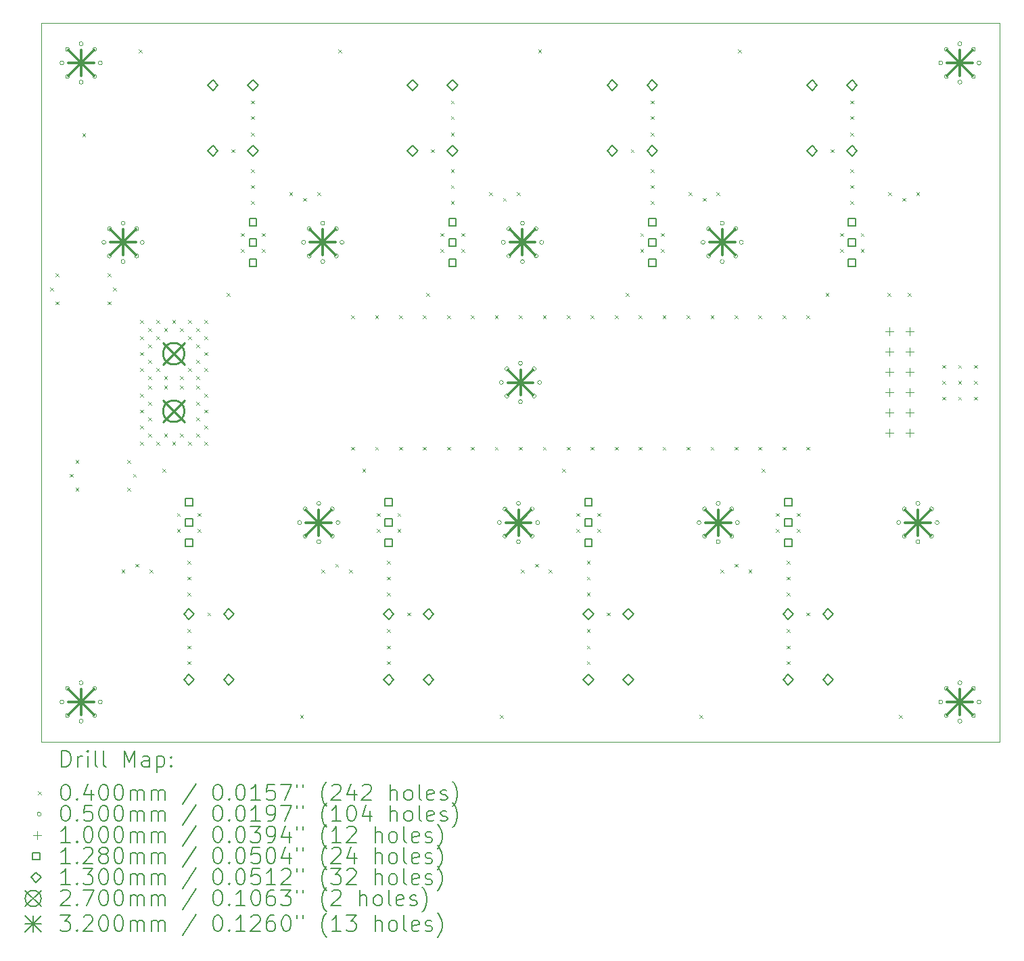
<source format=gbr>
%FSLAX45Y45*%
G04 Gerber Fmt 4.5, Leading zero omitted, Abs format (unit mm)*
G04 Created by KiCad (PCBNEW (6.0.5)) date 2022-07-13 14:16:42*
%MOMM*%
%LPD*%
G01*
G04 APERTURE LIST*
%TA.AperFunction,Profile*%
%ADD10C,0.001000*%
%TD*%
%ADD11C,0.200000*%
%ADD12C,0.040000*%
%ADD13C,0.050000*%
%ADD14C,0.100000*%
%ADD15C,0.128000*%
%ADD16C,0.130000*%
%ADD17C,0.270000*%
%ADD18C,0.320000*%
G04 APERTURE END LIST*
D10*
X0Y9000000D02*
X12000000Y9000000D01*
X12000000Y9000000D02*
X12000000Y0D01*
X12000000Y0D02*
X0Y0D01*
X0Y0D02*
X0Y9000000D01*
D11*
D12*
X110000Y5690000D02*
X150000Y5650000D01*
X150000Y5690000D02*
X110000Y5650000D01*
X180000Y5865000D02*
X220000Y5825000D01*
X220000Y5865000D02*
X180000Y5825000D01*
X180000Y5515000D02*
X220000Y5475000D01*
X220000Y5515000D02*
X180000Y5475000D01*
X360000Y3355000D02*
X400000Y3315000D01*
X400000Y3355000D02*
X360000Y3315000D01*
X430000Y3530000D02*
X470000Y3490000D01*
X470000Y3530000D02*
X430000Y3490000D01*
X430000Y3180000D02*
X470000Y3140000D01*
X470000Y3180000D02*
X430000Y3140000D01*
X515000Y7620000D02*
X555000Y7580000D01*
X555000Y7620000D02*
X515000Y7580000D01*
X830000Y5865000D02*
X870000Y5825000D01*
X870000Y5865000D02*
X830000Y5825000D01*
X830000Y5515000D02*
X870000Y5475000D01*
X870000Y5515000D02*
X830000Y5475000D01*
X900000Y5690000D02*
X940000Y5650000D01*
X940000Y5690000D02*
X900000Y5650000D01*
X1005000Y2160000D02*
X1045000Y2120000D01*
X1045000Y2160000D02*
X1005000Y2120000D01*
X1080000Y3530000D02*
X1120000Y3490000D01*
X1120000Y3530000D02*
X1080000Y3490000D01*
X1080000Y3180000D02*
X1120000Y3140000D01*
X1120000Y3180000D02*
X1080000Y3140000D01*
X1150000Y3355000D02*
X1190000Y3315000D01*
X1190000Y3355000D02*
X1150000Y3315000D01*
X1180000Y2230000D02*
X1220000Y2190000D01*
X1220000Y2230000D02*
X1180000Y2190000D01*
X1220000Y8670000D02*
X1260000Y8630000D01*
X1260000Y8670000D02*
X1220000Y8630000D01*
X1240000Y5280000D02*
X1280000Y5240000D01*
X1280000Y5280000D02*
X1240000Y5240000D01*
X1240000Y5080000D02*
X1280000Y5040000D01*
X1280000Y5080000D02*
X1240000Y5040000D01*
X1240000Y4880000D02*
X1280000Y4840000D01*
X1280000Y4880000D02*
X1240000Y4840000D01*
X1240000Y4680000D02*
X1280000Y4640000D01*
X1280000Y4680000D02*
X1240000Y4640000D01*
X1240000Y4360000D02*
X1280000Y4320000D01*
X1280000Y4360000D02*
X1240000Y4320000D01*
X1240000Y4160000D02*
X1280000Y4120000D01*
X1280000Y4160000D02*
X1240000Y4120000D01*
X1240000Y3960000D02*
X1280000Y3920000D01*
X1280000Y3960000D02*
X1240000Y3920000D01*
X1240000Y3760000D02*
X1280000Y3720000D01*
X1280000Y3760000D02*
X1240000Y3720000D01*
X1340000Y5180000D02*
X1380000Y5140000D01*
X1380000Y5180000D02*
X1340000Y5140000D01*
X1340000Y4980000D02*
X1380000Y4940000D01*
X1380000Y4980000D02*
X1340000Y4940000D01*
X1340000Y4780000D02*
X1380000Y4740000D01*
X1380000Y4780000D02*
X1340000Y4740000D01*
X1340000Y4580000D02*
X1380000Y4540000D01*
X1380000Y4580000D02*
X1340000Y4540000D01*
X1340000Y4460000D02*
X1380000Y4420000D01*
X1380000Y4460000D02*
X1340000Y4420000D01*
X1340000Y4260000D02*
X1380000Y4220000D01*
X1380000Y4260000D02*
X1340000Y4220000D01*
X1340000Y4060000D02*
X1380000Y4020000D01*
X1380000Y4060000D02*
X1340000Y4020000D01*
X1340000Y3860000D02*
X1380000Y3820000D01*
X1380000Y3860000D02*
X1340000Y3820000D01*
X1355000Y2160000D02*
X1395000Y2120000D01*
X1395000Y2160000D02*
X1355000Y2120000D01*
X1440000Y5280000D02*
X1480000Y5240000D01*
X1480000Y5280000D02*
X1440000Y5240000D01*
X1440000Y5080000D02*
X1480000Y5040000D01*
X1480000Y5080000D02*
X1440000Y5040000D01*
X1440000Y4680000D02*
X1480000Y4640000D01*
X1480000Y4680000D02*
X1440000Y4640000D01*
X1440000Y3760000D02*
X1480000Y3720000D01*
X1480000Y3760000D02*
X1440000Y3720000D01*
X1520000Y3420000D02*
X1560000Y3380000D01*
X1560000Y3420000D02*
X1520000Y3380000D01*
X1540000Y5180000D02*
X1580000Y5140000D01*
X1580000Y5180000D02*
X1540000Y5140000D01*
X1540000Y4580000D02*
X1580000Y4540000D01*
X1580000Y4580000D02*
X1540000Y4540000D01*
X1540000Y4460000D02*
X1580000Y4420000D01*
X1580000Y4460000D02*
X1540000Y4420000D01*
X1540000Y3860000D02*
X1580000Y3820000D01*
X1580000Y3860000D02*
X1540000Y3820000D01*
X1640000Y5280000D02*
X1680000Y5240000D01*
X1680000Y5280000D02*
X1640000Y5240000D01*
X1640000Y3760000D02*
X1680000Y3720000D01*
X1680000Y3760000D02*
X1640000Y3720000D01*
X1700000Y2865000D02*
X1740000Y2825000D01*
X1740000Y2865000D02*
X1700000Y2825000D01*
X1700000Y2665000D02*
X1740000Y2625000D01*
X1740000Y2665000D02*
X1700000Y2625000D01*
X1740000Y5180000D02*
X1780000Y5140000D01*
X1780000Y5180000D02*
X1740000Y5140000D01*
X1740000Y4580000D02*
X1780000Y4540000D01*
X1780000Y4580000D02*
X1740000Y4540000D01*
X1740000Y4460000D02*
X1780000Y4420000D01*
X1780000Y4460000D02*
X1740000Y4420000D01*
X1740000Y3860000D02*
X1780000Y3820000D01*
X1780000Y3860000D02*
X1740000Y3820000D01*
X1830000Y2270000D02*
X1870000Y2230000D01*
X1870000Y2270000D02*
X1830000Y2230000D01*
X1830000Y2070000D02*
X1870000Y2030000D01*
X1870000Y2070000D02*
X1830000Y2030000D01*
X1830000Y1870000D02*
X1870000Y1830000D01*
X1870000Y1870000D02*
X1830000Y1830000D01*
X1830000Y1410000D02*
X1870000Y1370000D01*
X1870000Y1410000D02*
X1830000Y1370000D01*
X1830000Y1205000D02*
X1870000Y1165000D01*
X1870000Y1205000D02*
X1830000Y1165000D01*
X1830000Y1010000D02*
X1870000Y970000D01*
X1870000Y1010000D02*
X1830000Y970000D01*
X1840000Y5280000D02*
X1880000Y5240000D01*
X1880000Y5280000D02*
X1840000Y5240000D01*
X1840000Y5080000D02*
X1880000Y5040000D01*
X1880000Y5080000D02*
X1840000Y5040000D01*
X1840000Y4680000D02*
X1880000Y4640000D01*
X1880000Y4680000D02*
X1840000Y4640000D01*
X1840000Y3760000D02*
X1880000Y3720000D01*
X1880000Y3760000D02*
X1840000Y3720000D01*
X1940000Y5180000D02*
X1980000Y5140000D01*
X1980000Y5180000D02*
X1940000Y5140000D01*
X1940000Y4980000D02*
X1980000Y4940000D01*
X1980000Y4980000D02*
X1940000Y4940000D01*
X1940000Y4780000D02*
X1980000Y4740000D01*
X1980000Y4780000D02*
X1940000Y4740000D01*
X1940000Y4580000D02*
X1980000Y4540000D01*
X1980000Y4580000D02*
X1940000Y4540000D01*
X1940000Y4460000D02*
X1980000Y4420000D01*
X1980000Y4460000D02*
X1940000Y4420000D01*
X1940000Y4260000D02*
X1980000Y4220000D01*
X1980000Y4260000D02*
X1940000Y4220000D01*
X1940000Y4060000D02*
X1980000Y4020000D01*
X1980000Y4060000D02*
X1940000Y4020000D01*
X1940000Y3860000D02*
X1980000Y3820000D01*
X1980000Y3860000D02*
X1940000Y3820000D01*
X1960000Y2865000D02*
X2000000Y2825000D01*
X2000000Y2865000D02*
X1960000Y2825000D01*
X1960000Y2665000D02*
X2000000Y2625000D01*
X2000000Y2665000D02*
X1960000Y2625000D01*
X2040000Y5280000D02*
X2080000Y5240000D01*
X2080000Y5280000D02*
X2040000Y5240000D01*
X2040000Y5080000D02*
X2080000Y5040000D01*
X2080000Y5080000D02*
X2040000Y5040000D01*
X2040000Y4880000D02*
X2080000Y4840000D01*
X2080000Y4880000D02*
X2040000Y4840000D01*
X2040000Y4680000D02*
X2080000Y4640000D01*
X2080000Y4680000D02*
X2040000Y4640000D01*
X2040000Y4360000D02*
X2080000Y4320000D01*
X2080000Y4360000D02*
X2040000Y4320000D01*
X2040000Y4160000D02*
X2080000Y4120000D01*
X2080000Y4160000D02*
X2040000Y4120000D01*
X2040000Y3960000D02*
X2080000Y3920000D01*
X2080000Y3960000D02*
X2040000Y3920000D01*
X2040000Y3760000D02*
X2080000Y3720000D01*
X2080000Y3760000D02*
X2040000Y3720000D01*
X2080000Y1620000D02*
X2120000Y1580000D01*
X2120000Y1620000D02*
X2080000Y1580000D01*
X2320000Y5620000D02*
X2360000Y5580000D01*
X2360000Y5620000D02*
X2320000Y5580000D01*
X2380000Y7420000D02*
X2420000Y7380000D01*
X2420000Y7420000D02*
X2380000Y7380000D01*
X2500000Y6370000D02*
X2540000Y6330000D01*
X2540000Y6370000D02*
X2500000Y6330000D01*
X2500000Y6170000D02*
X2540000Y6130000D01*
X2540000Y6170000D02*
X2500000Y6130000D01*
X2630000Y8030000D02*
X2670000Y7990000D01*
X2670000Y8030000D02*
X2630000Y7990000D01*
X2630000Y7835000D02*
X2670000Y7795000D01*
X2670000Y7835000D02*
X2630000Y7795000D01*
X2630000Y7630000D02*
X2670000Y7590000D01*
X2670000Y7630000D02*
X2630000Y7590000D01*
X2630000Y7170000D02*
X2670000Y7130000D01*
X2670000Y7170000D02*
X2630000Y7130000D01*
X2630000Y6970000D02*
X2670000Y6930000D01*
X2670000Y6970000D02*
X2630000Y6930000D01*
X2630000Y6770000D02*
X2670000Y6730000D01*
X2670000Y6770000D02*
X2630000Y6730000D01*
X2760000Y6370000D02*
X2800000Y6330000D01*
X2800000Y6370000D02*
X2760000Y6330000D01*
X2760000Y6170000D02*
X2800000Y6130000D01*
X2800000Y6170000D02*
X2760000Y6130000D01*
X3105000Y6880000D02*
X3145000Y6840000D01*
X3145000Y6880000D02*
X3105000Y6840000D01*
X3240000Y340000D02*
X3280000Y300000D01*
X3280000Y340000D02*
X3240000Y300000D01*
X3280000Y6810000D02*
X3320000Y6770000D01*
X3320000Y6810000D02*
X3280000Y6770000D01*
X3455000Y6880000D02*
X3495000Y6840000D01*
X3495000Y6880000D02*
X3455000Y6840000D01*
X3505000Y2160000D02*
X3545000Y2120000D01*
X3545000Y2160000D02*
X3505000Y2120000D01*
X3680000Y2230000D02*
X3720000Y2190000D01*
X3720000Y2230000D02*
X3680000Y2190000D01*
X3720000Y8670000D02*
X3760000Y8630000D01*
X3760000Y8670000D02*
X3720000Y8630000D01*
X3855000Y2160000D02*
X3895000Y2120000D01*
X3895000Y2160000D02*
X3855000Y2120000D01*
X3880000Y5340000D02*
X3920000Y5300000D01*
X3920000Y5340000D02*
X3880000Y5300000D01*
X3880000Y3695000D02*
X3920000Y3655000D01*
X3920000Y3695000D02*
X3880000Y3655000D01*
X4020000Y3420000D02*
X4060000Y3380000D01*
X4060000Y3420000D02*
X4020000Y3380000D01*
X4180000Y5340000D02*
X4220000Y5300000D01*
X4220000Y5340000D02*
X4180000Y5300000D01*
X4180000Y3695000D02*
X4220000Y3655000D01*
X4220000Y3695000D02*
X4180000Y3655000D01*
X4200000Y2865000D02*
X4240000Y2825000D01*
X4240000Y2865000D02*
X4200000Y2825000D01*
X4200000Y2665000D02*
X4240000Y2625000D01*
X4240000Y2665000D02*
X4200000Y2625000D01*
X4330000Y2270000D02*
X4370000Y2230000D01*
X4370000Y2270000D02*
X4330000Y2230000D01*
X4330000Y2070000D02*
X4370000Y2030000D01*
X4370000Y2070000D02*
X4330000Y2030000D01*
X4330000Y1870000D02*
X4370000Y1830000D01*
X4370000Y1870000D02*
X4330000Y1830000D01*
X4330000Y1410000D02*
X4370000Y1370000D01*
X4370000Y1410000D02*
X4330000Y1370000D01*
X4330000Y1205000D02*
X4370000Y1165000D01*
X4370000Y1205000D02*
X4330000Y1165000D01*
X4330000Y1010000D02*
X4370000Y970000D01*
X4370000Y1010000D02*
X4330000Y970000D01*
X4460000Y2865000D02*
X4500000Y2825000D01*
X4500000Y2865000D02*
X4460000Y2825000D01*
X4460000Y2665000D02*
X4500000Y2625000D01*
X4500000Y2665000D02*
X4460000Y2625000D01*
X4480000Y5340000D02*
X4520000Y5300000D01*
X4520000Y5340000D02*
X4480000Y5300000D01*
X4480000Y3695000D02*
X4520000Y3655000D01*
X4520000Y3695000D02*
X4480000Y3655000D01*
X4580000Y1620000D02*
X4620000Y1580000D01*
X4620000Y1620000D02*
X4580000Y1580000D01*
X4780000Y5340000D02*
X4820000Y5300000D01*
X4820000Y5340000D02*
X4780000Y5300000D01*
X4780000Y3695000D02*
X4820000Y3655000D01*
X4820000Y3695000D02*
X4780000Y3655000D01*
X4820000Y5620000D02*
X4860000Y5580000D01*
X4860000Y5620000D02*
X4820000Y5580000D01*
X4880000Y7420000D02*
X4920000Y7380000D01*
X4920000Y7420000D02*
X4880000Y7380000D01*
X5000000Y6370000D02*
X5040000Y6330000D01*
X5040000Y6370000D02*
X5000000Y6330000D01*
X5000000Y6170000D02*
X5040000Y6130000D01*
X5040000Y6170000D02*
X5000000Y6130000D01*
X5080000Y5340000D02*
X5120000Y5300000D01*
X5120000Y5340000D02*
X5080000Y5300000D01*
X5080000Y3695000D02*
X5120000Y3655000D01*
X5120000Y3695000D02*
X5080000Y3655000D01*
X5130000Y8030000D02*
X5170000Y7990000D01*
X5170000Y8030000D02*
X5130000Y7990000D01*
X5130000Y7835000D02*
X5170000Y7795000D01*
X5170000Y7835000D02*
X5130000Y7795000D01*
X5130000Y7630000D02*
X5170000Y7590000D01*
X5170000Y7630000D02*
X5130000Y7590000D01*
X5130000Y7170000D02*
X5170000Y7130000D01*
X5170000Y7170000D02*
X5130000Y7130000D01*
X5130000Y6970000D02*
X5170000Y6930000D01*
X5170000Y6970000D02*
X5130000Y6930000D01*
X5130000Y6770000D02*
X5170000Y6730000D01*
X5170000Y6770000D02*
X5130000Y6730000D01*
X5260000Y6370000D02*
X5300000Y6330000D01*
X5300000Y6370000D02*
X5260000Y6330000D01*
X5260000Y6170000D02*
X5300000Y6130000D01*
X5300000Y6170000D02*
X5260000Y6130000D01*
X5380000Y5340000D02*
X5420000Y5300000D01*
X5420000Y5340000D02*
X5380000Y5300000D01*
X5380000Y3695000D02*
X5420000Y3655000D01*
X5420000Y3695000D02*
X5380000Y3655000D01*
X5605000Y6880000D02*
X5645000Y6840000D01*
X5645000Y6880000D02*
X5605000Y6840000D01*
X5680000Y5340000D02*
X5720000Y5300000D01*
X5720000Y5340000D02*
X5680000Y5300000D01*
X5680000Y3695000D02*
X5720000Y3655000D01*
X5720000Y3695000D02*
X5680000Y3655000D01*
X5740000Y340000D02*
X5780000Y300000D01*
X5780000Y340000D02*
X5740000Y300000D01*
X5780000Y6810000D02*
X5820000Y6770000D01*
X5820000Y6810000D02*
X5780000Y6770000D01*
X5955000Y6880000D02*
X5995000Y6840000D01*
X5995000Y6880000D02*
X5955000Y6840000D01*
X5980000Y5340000D02*
X6020000Y5300000D01*
X6020000Y5340000D02*
X5980000Y5300000D01*
X5980000Y3695000D02*
X6020000Y3655000D01*
X6020000Y3695000D02*
X5980000Y3655000D01*
X6005000Y2160000D02*
X6045000Y2120000D01*
X6045000Y2160000D02*
X6005000Y2120000D01*
X6180000Y2230000D02*
X6220000Y2190000D01*
X6220000Y2230000D02*
X6180000Y2190000D01*
X6220000Y8670000D02*
X6260000Y8630000D01*
X6260000Y8670000D02*
X6220000Y8630000D01*
X6280000Y5340000D02*
X6320000Y5300000D01*
X6320000Y5340000D02*
X6280000Y5300000D01*
X6280000Y3695000D02*
X6320000Y3655000D01*
X6320000Y3695000D02*
X6280000Y3655000D01*
X6355000Y2160000D02*
X6395000Y2120000D01*
X6395000Y2160000D02*
X6355000Y2120000D01*
X6520000Y3420000D02*
X6560000Y3380000D01*
X6560000Y3420000D02*
X6520000Y3380000D01*
X6580000Y5340000D02*
X6620000Y5300000D01*
X6620000Y5340000D02*
X6580000Y5300000D01*
X6580000Y3695000D02*
X6620000Y3655000D01*
X6620000Y3695000D02*
X6580000Y3655000D01*
X6700000Y2865000D02*
X6740000Y2825000D01*
X6740000Y2865000D02*
X6700000Y2825000D01*
X6700000Y2665000D02*
X6740000Y2625000D01*
X6740000Y2665000D02*
X6700000Y2625000D01*
X6830000Y2270000D02*
X6870000Y2230000D01*
X6870000Y2270000D02*
X6830000Y2230000D01*
X6830000Y2070000D02*
X6870000Y2030000D01*
X6870000Y2070000D02*
X6830000Y2030000D01*
X6830000Y1870000D02*
X6870000Y1830000D01*
X6870000Y1870000D02*
X6830000Y1830000D01*
X6830000Y1410000D02*
X6870000Y1370000D01*
X6870000Y1410000D02*
X6830000Y1370000D01*
X6830000Y1205000D02*
X6870000Y1165000D01*
X6870000Y1205000D02*
X6830000Y1165000D01*
X6830000Y1010000D02*
X6870000Y970000D01*
X6870000Y1010000D02*
X6830000Y970000D01*
X6880000Y5340000D02*
X6920000Y5300000D01*
X6920000Y5340000D02*
X6880000Y5300000D01*
X6880000Y3695000D02*
X6920000Y3655000D01*
X6920000Y3695000D02*
X6880000Y3655000D01*
X6960000Y2865000D02*
X7000000Y2825000D01*
X7000000Y2865000D02*
X6960000Y2825000D01*
X6960000Y2665000D02*
X7000000Y2625000D01*
X7000000Y2665000D02*
X6960000Y2625000D01*
X7080000Y1620000D02*
X7120000Y1580000D01*
X7120000Y1620000D02*
X7080000Y1580000D01*
X7180000Y5340000D02*
X7220000Y5300000D01*
X7220000Y5340000D02*
X7180000Y5300000D01*
X7180000Y3695000D02*
X7220000Y3655000D01*
X7220000Y3695000D02*
X7180000Y3655000D01*
X7320000Y5620000D02*
X7360000Y5580000D01*
X7360000Y5620000D02*
X7320000Y5580000D01*
X7380000Y7420000D02*
X7420000Y7380000D01*
X7420000Y7420000D02*
X7380000Y7380000D01*
X7480000Y5340000D02*
X7520000Y5300000D01*
X7520000Y5340000D02*
X7480000Y5300000D01*
X7480000Y3695000D02*
X7520000Y3655000D01*
X7520000Y3695000D02*
X7480000Y3655000D01*
X7500000Y6370000D02*
X7540000Y6330000D01*
X7540000Y6370000D02*
X7500000Y6330000D01*
X7500000Y6170000D02*
X7540000Y6130000D01*
X7540000Y6170000D02*
X7500000Y6130000D01*
X7630000Y8030000D02*
X7670000Y7990000D01*
X7670000Y8030000D02*
X7630000Y7990000D01*
X7630000Y7835000D02*
X7670000Y7795000D01*
X7670000Y7835000D02*
X7630000Y7795000D01*
X7630000Y7630000D02*
X7670000Y7590000D01*
X7670000Y7630000D02*
X7630000Y7590000D01*
X7630000Y7170000D02*
X7670000Y7130000D01*
X7670000Y7170000D02*
X7630000Y7130000D01*
X7630000Y6970000D02*
X7670000Y6930000D01*
X7670000Y6970000D02*
X7630000Y6930000D01*
X7630000Y6770000D02*
X7670000Y6730000D01*
X7670000Y6770000D02*
X7630000Y6730000D01*
X7760000Y6370000D02*
X7800000Y6330000D01*
X7800000Y6370000D02*
X7760000Y6330000D01*
X7760000Y6170000D02*
X7800000Y6130000D01*
X7800000Y6170000D02*
X7760000Y6130000D01*
X7780000Y5340000D02*
X7820000Y5300000D01*
X7820000Y5340000D02*
X7780000Y5300000D01*
X7780000Y3695000D02*
X7820000Y3655000D01*
X7820000Y3695000D02*
X7780000Y3655000D01*
X8080000Y5340000D02*
X8120000Y5300000D01*
X8120000Y5340000D02*
X8080000Y5300000D01*
X8080000Y3695000D02*
X8120000Y3655000D01*
X8120000Y3695000D02*
X8080000Y3655000D01*
X8105000Y6880000D02*
X8145000Y6840000D01*
X8145000Y6880000D02*
X8105000Y6840000D01*
X8240000Y340000D02*
X8280000Y300000D01*
X8280000Y340000D02*
X8240000Y300000D01*
X8280000Y6810000D02*
X8320000Y6770000D01*
X8320000Y6810000D02*
X8280000Y6770000D01*
X8380000Y5340000D02*
X8420000Y5300000D01*
X8420000Y5340000D02*
X8380000Y5300000D01*
X8380000Y3695000D02*
X8420000Y3655000D01*
X8420000Y3695000D02*
X8380000Y3655000D01*
X8455000Y6880000D02*
X8495000Y6840000D01*
X8495000Y6880000D02*
X8455000Y6840000D01*
X8505000Y2160000D02*
X8545000Y2120000D01*
X8545000Y2160000D02*
X8505000Y2120000D01*
X8680000Y5340000D02*
X8720000Y5300000D01*
X8720000Y5340000D02*
X8680000Y5300000D01*
X8680000Y3695000D02*
X8720000Y3655000D01*
X8720000Y3695000D02*
X8680000Y3655000D01*
X8680000Y2230000D02*
X8720000Y2190000D01*
X8720000Y2230000D02*
X8680000Y2190000D01*
X8720000Y8670000D02*
X8760000Y8630000D01*
X8760000Y8670000D02*
X8720000Y8630000D01*
X8855000Y2160000D02*
X8895000Y2120000D01*
X8895000Y2160000D02*
X8855000Y2120000D01*
X8980000Y5340000D02*
X9020000Y5300000D01*
X9020000Y5340000D02*
X8980000Y5300000D01*
X8980000Y3695000D02*
X9020000Y3655000D01*
X9020000Y3695000D02*
X8980000Y3655000D01*
X9020000Y3420000D02*
X9060000Y3380000D01*
X9060000Y3420000D02*
X9020000Y3380000D01*
X9200000Y2865000D02*
X9240000Y2825000D01*
X9240000Y2865000D02*
X9200000Y2825000D01*
X9200000Y2665000D02*
X9240000Y2625000D01*
X9240000Y2665000D02*
X9200000Y2625000D01*
X9280000Y5340000D02*
X9320000Y5300000D01*
X9320000Y5340000D02*
X9280000Y5300000D01*
X9280000Y3695000D02*
X9320000Y3655000D01*
X9320000Y3695000D02*
X9280000Y3655000D01*
X9330000Y2270000D02*
X9370000Y2230000D01*
X9370000Y2270000D02*
X9330000Y2230000D01*
X9330000Y2070000D02*
X9370000Y2030000D01*
X9370000Y2070000D02*
X9330000Y2030000D01*
X9330000Y1870000D02*
X9370000Y1830000D01*
X9370000Y1870000D02*
X9330000Y1830000D01*
X9330000Y1410000D02*
X9370000Y1370000D01*
X9370000Y1410000D02*
X9330000Y1370000D01*
X9330000Y1205000D02*
X9370000Y1165000D01*
X9370000Y1205000D02*
X9330000Y1165000D01*
X9330000Y1010000D02*
X9370000Y970000D01*
X9370000Y1010000D02*
X9330000Y970000D01*
X9460000Y2865000D02*
X9500000Y2825000D01*
X9500000Y2865000D02*
X9460000Y2825000D01*
X9460000Y2665000D02*
X9500000Y2625000D01*
X9500000Y2665000D02*
X9460000Y2625000D01*
X9580000Y5340000D02*
X9620000Y5300000D01*
X9620000Y5340000D02*
X9580000Y5300000D01*
X9580000Y3695000D02*
X9620000Y3655000D01*
X9620000Y3695000D02*
X9580000Y3655000D01*
X9580000Y1620000D02*
X9620000Y1580000D01*
X9620000Y1620000D02*
X9580000Y1580000D01*
X9820000Y5620000D02*
X9860000Y5580000D01*
X9860000Y5620000D02*
X9820000Y5580000D01*
X9880000Y7420000D02*
X9920000Y7380000D01*
X9920000Y7420000D02*
X9880000Y7380000D01*
X10000000Y6370000D02*
X10040000Y6330000D01*
X10040000Y6370000D02*
X10000000Y6330000D01*
X10000000Y6170000D02*
X10040000Y6130000D01*
X10040000Y6170000D02*
X10000000Y6130000D01*
X10130000Y8030000D02*
X10170000Y7990000D01*
X10170000Y8030000D02*
X10130000Y7990000D01*
X10130000Y7835000D02*
X10170000Y7795000D01*
X10170000Y7835000D02*
X10130000Y7795000D01*
X10130000Y7630000D02*
X10170000Y7590000D01*
X10170000Y7630000D02*
X10130000Y7590000D01*
X10130000Y7170000D02*
X10170000Y7130000D01*
X10170000Y7170000D02*
X10130000Y7130000D01*
X10130000Y6970000D02*
X10170000Y6930000D01*
X10170000Y6970000D02*
X10130000Y6930000D01*
X10130000Y6770000D02*
X10170000Y6730000D01*
X10170000Y6770000D02*
X10130000Y6730000D01*
X10260000Y6370000D02*
X10300000Y6330000D01*
X10300000Y6370000D02*
X10260000Y6330000D01*
X10260000Y6170000D02*
X10300000Y6130000D01*
X10300000Y6170000D02*
X10260000Y6130000D01*
X10595000Y5620000D02*
X10635000Y5580000D01*
X10635000Y5620000D02*
X10595000Y5580000D01*
X10605000Y6880000D02*
X10645000Y6840000D01*
X10645000Y6880000D02*
X10605000Y6840000D01*
X10740000Y340000D02*
X10780000Y300000D01*
X10780000Y340000D02*
X10740000Y300000D01*
X10780000Y6810000D02*
X10820000Y6770000D01*
X10820000Y6810000D02*
X10780000Y6770000D01*
X10850000Y5620000D02*
X10890000Y5580000D01*
X10890000Y5620000D02*
X10850000Y5580000D01*
X10955000Y6880000D02*
X10995000Y6840000D01*
X10995000Y6880000D02*
X10955000Y6840000D01*
X11280000Y4720000D02*
X11320000Y4680000D01*
X11320000Y4720000D02*
X11280000Y4680000D01*
X11280000Y4520000D02*
X11320000Y4480000D01*
X11320000Y4520000D02*
X11280000Y4480000D01*
X11280000Y4320000D02*
X11320000Y4280000D01*
X11320000Y4320000D02*
X11280000Y4280000D01*
X11480000Y4720000D02*
X11520000Y4680000D01*
X11520000Y4720000D02*
X11480000Y4680000D01*
X11480000Y4520000D02*
X11520000Y4480000D01*
X11520000Y4520000D02*
X11480000Y4480000D01*
X11480000Y4320000D02*
X11520000Y4280000D01*
X11520000Y4320000D02*
X11480000Y4280000D01*
X11680000Y4720000D02*
X11720000Y4680000D01*
X11720000Y4720000D02*
X11680000Y4680000D01*
X11680000Y4520000D02*
X11720000Y4480000D01*
X11720000Y4520000D02*
X11680000Y4480000D01*
X11680000Y4320000D02*
X11720000Y4280000D01*
X11720000Y4320000D02*
X11680000Y4280000D01*
D13*
X285000Y8500000D02*
G75*
G03*
X285000Y8500000I-25000J0D01*
G01*
X285000Y500000D02*
G75*
G03*
X285000Y500000I-25000J0D01*
G01*
X355294Y8669706D02*
G75*
G03*
X355294Y8669706I-25000J0D01*
G01*
X355294Y8330294D02*
G75*
G03*
X355294Y8330294I-25000J0D01*
G01*
X355294Y669706D02*
G75*
G03*
X355294Y669706I-25000J0D01*
G01*
X355294Y330294D02*
G75*
G03*
X355294Y330294I-25000J0D01*
G01*
X525000Y8740000D02*
G75*
G03*
X525000Y8740000I-25000J0D01*
G01*
X525000Y8260000D02*
G75*
G03*
X525000Y8260000I-25000J0D01*
G01*
X525000Y740000D02*
G75*
G03*
X525000Y740000I-25000J0D01*
G01*
X525000Y260000D02*
G75*
G03*
X525000Y260000I-25000J0D01*
G01*
X694706Y8669706D02*
G75*
G03*
X694706Y8669706I-25000J0D01*
G01*
X694706Y8330294D02*
G75*
G03*
X694706Y8330294I-25000J0D01*
G01*
X694706Y669706D02*
G75*
G03*
X694706Y669706I-25000J0D01*
G01*
X694706Y330294D02*
G75*
G03*
X694706Y330294I-25000J0D01*
G01*
X765000Y8500000D02*
G75*
G03*
X765000Y8500000I-25000J0D01*
G01*
X765000Y500000D02*
G75*
G03*
X765000Y500000I-25000J0D01*
G01*
X810000Y6254000D02*
G75*
G03*
X810000Y6254000I-25000J0D01*
G01*
X880294Y6423706D02*
G75*
G03*
X880294Y6423706I-25000J0D01*
G01*
X880294Y6084294D02*
G75*
G03*
X880294Y6084294I-25000J0D01*
G01*
X1050000Y6494000D02*
G75*
G03*
X1050000Y6494000I-25000J0D01*
G01*
X1050000Y6014000D02*
G75*
G03*
X1050000Y6014000I-25000J0D01*
G01*
X1219706Y6423706D02*
G75*
G03*
X1219706Y6423706I-25000J0D01*
G01*
X1219706Y6084294D02*
G75*
G03*
X1219706Y6084294I-25000J0D01*
G01*
X1290000Y6254000D02*
G75*
G03*
X1290000Y6254000I-25000J0D01*
G01*
X3260000Y2746000D02*
G75*
G03*
X3260000Y2746000I-25000J0D01*
G01*
X3310000Y6254000D02*
G75*
G03*
X3310000Y6254000I-25000J0D01*
G01*
X3330294Y2915706D02*
G75*
G03*
X3330294Y2915706I-25000J0D01*
G01*
X3330294Y2576294D02*
G75*
G03*
X3330294Y2576294I-25000J0D01*
G01*
X3380294Y6423706D02*
G75*
G03*
X3380294Y6423706I-25000J0D01*
G01*
X3380294Y6084294D02*
G75*
G03*
X3380294Y6084294I-25000J0D01*
G01*
X3500000Y2986000D02*
G75*
G03*
X3500000Y2986000I-25000J0D01*
G01*
X3500000Y2506000D02*
G75*
G03*
X3500000Y2506000I-25000J0D01*
G01*
X3550000Y6494000D02*
G75*
G03*
X3550000Y6494000I-25000J0D01*
G01*
X3550000Y6014000D02*
G75*
G03*
X3550000Y6014000I-25000J0D01*
G01*
X3669706Y2915706D02*
G75*
G03*
X3669706Y2915706I-25000J0D01*
G01*
X3669706Y2576294D02*
G75*
G03*
X3669706Y2576294I-25000J0D01*
G01*
X3719706Y6423706D02*
G75*
G03*
X3719706Y6423706I-25000J0D01*
G01*
X3719706Y6084294D02*
G75*
G03*
X3719706Y6084294I-25000J0D01*
G01*
X3740000Y2746000D02*
G75*
G03*
X3740000Y2746000I-25000J0D01*
G01*
X3790000Y6254000D02*
G75*
G03*
X3790000Y6254000I-25000J0D01*
G01*
X5760000Y2746000D02*
G75*
G03*
X5760000Y2746000I-25000J0D01*
G01*
X5785000Y4500000D02*
G75*
G03*
X5785000Y4500000I-25000J0D01*
G01*
X5810000Y6254000D02*
G75*
G03*
X5810000Y6254000I-25000J0D01*
G01*
X5830294Y2915706D02*
G75*
G03*
X5830294Y2915706I-25000J0D01*
G01*
X5830294Y2576294D02*
G75*
G03*
X5830294Y2576294I-25000J0D01*
G01*
X5855294Y4669706D02*
G75*
G03*
X5855294Y4669706I-25000J0D01*
G01*
X5855294Y4330294D02*
G75*
G03*
X5855294Y4330294I-25000J0D01*
G01*
X5880294Y6423706D02*
G75*
G03*
X5880294Y6423706I-25000J0D01*
G01*
X5880294Y6084294D02*
G75*
G03*
X5880294Y6084294I-25000J0D01*
G01*
X6000000Y2986000D02*
G75*
G03*
X6000000Y2986000I-25000J0D01*
G01*
X6000000Y2506000D02*
G75*
G03*
X6000000Y2506000I-25000J0D01*
G01*
X6025000Y4740000D02*
G75*
G03*
X6025000Y4740000I-25000J0D01*
G01*
X6025000Y4260000D02*
G75*
G03*
X6025000Y4260000I-25000J0D01*
G01*
X6050000Y6494000D02*
G75*
G03*
X6050000Y6494000I-25000J0D01*
G01*
X6050000Y6014000D02*
G75*
G03*
X6050000Y6014000I-25000J0D01*
G01*
X6169706Y2915706D02*
G75*
G03*
X6169706Y2915706I-25000J0D01*
G01*
X6169706Y2576294D02*
G75*
G03*
X6169706Y2576294I-25000J0D01*
G01*
X6194706Y4669706D02*
G75*
G03*
X6194706Y4669706I-25000J0D01*
G01*
X6194706Y4330294D02*
G75*
G03*
X6194706Y4330294I-25000J0D01*
G01*
X6219706Y6423706D02*
G75*
G03*
X6219706Y6423706I-25000J0D01*
G01*
X6219706Y6084294D02*
G75*
G03*
X6219706Y6084294I-25000J0D01*
G01*
X6240000Y2746000D02*
G75*
G03*
X6240000Y2746000I-25000J0D01*
G01*
X6265000Y4500000D02*
G75*
G03*
X6265000Y4500000I-25000J0D01*
G01*
X6290000Y6254000D02*
G75*
G03*
X6290000Y6254000I-25000J0D01*
G01*
X8260000Y2746000D02*
G75*
G03*
X8260000Y2746000I-25000J0D01*
G01*
X8310000Y6254000D02*
G75*
G03*
X8310000Y6254000I-25000J0D01*
G01*
X8330294Y2915706D02*
G75*
G03*
X8330294Y2915706I-25000J0D01*
G01*
X8330294Y2576294D02*
G75*
G03*
X8330294Y2576294I-25000J0D01*
G01*
X8380294Y6423706D02*
G75*
G03*
X8380294Y6423706I-25000J0D01*
G01*
X8380294Y6084294D02*
G75*
G03*
X8380294Y6084294I-25000J0D01*
G01*
X8500000Y2986000D02*
G75*
G03*
X8500000Y2986000I-25000J0D01*
G01*
X8500000Y2506000D02*
G75*
G03*
X8500000Y2506000I-25000J0D01*
G01*
X8550000Y6494000D02*
G75*
G03*
X8550000Y6494000I-25000J0D01*
G01*
X8550000Y6014000D02*
G75*
G03*
X8550000Y6014000I-25000J0D01*
G01*
X8669706Y2915706D02*
G75*
G03*
X8669706Y2915706I-25000J0D01*
G01*
X8669706Y2576294D02*
G75*
G03*
X8669706Y2576294I-25000J0D01*
G01*
X8719706Y6423706D02*
G75*
G03*
X8719706Y6423706I-25000J0D01*
G01*
X8719706Y6084294D02*
G75*
G03*
X8719706Y6084294I-25000J0D01*
G01*
X8740000Y2746000D02*
G75*
G03*
X8740000Y2746000I-25000J0D01*
G01*
X8790000Y6254000D02*
G75*
G03*
X8790000Y6254000I-25000J0D01*
G01*
X10760000Y2746000D02*
G75*
G03*
X10760000Y2746000I-25000J0D01*
G01*
X10830294Y2915706D02*
G75*
G03*
X10830294Y2915706I-25000J0D01*
G01*
X10830294Y2576294D02*
G75*
G03*
X10830294Y2576294I-25000J0D01*
G01*
X11000000Y2986000D02*
G75*
G03*
X11000000Y2986000I-25000J0D01*
G01*
X11000000Y2506000D02*
G75*
G03*
X11000000Y2506000I-25000J0D01*
G01*
X11169706Y2915706D02*
G75*
G03*
X11169706Y2915706I-25000J0D01*
G01*
X11169706Y2576294D02*
G75*
G03*
X11169706Y2576294I-25000J0D01*
G01*
X11240000Y2746000D02*
G75*
G03*
X11240000Y2746000I-25000J0D01*
G01*
X11285000Y8500000D02*
G75*
G03*
X11285000Y8500000I-25000J0D01*
G01*
X11285000Y500000D02*
G75*
G03*
X11285000Y500000I-25000J0D01*
G01*
X11355294Y8669706D02*
G75*
G03*
X11355294Y8669706I-25000J0D01*
G01*
X11355294Y8330294D02*
G75*
G03*
X11355294Y8330294I-25000J0D01*
G01*
X11355294Y669706D02*
G75*
G03*
X11355294Y669706I-25000J0D01*
G01*
X11355294Y330294D02*
G75*
G03*
X11355294Y330294I-25000J0D01*
G01*
X11525000Y8740000D02*
G75*
G03*
X11525000Y8740000I-25000J0D01*
G01*
X11525000Y8260000D02*
G75*
G03*
X11525000Y8260000I-25000J0D01*
G01*
X11525000Y740000D02*
G75*
G03*
X11525000Y740000I-25000J0D01*
G01*
X11525000Y260000D02*
G75*
G03*
X11525000Y260000I-25000J0D01*
G01*
X11694706Y8669706D02*
G75*
G03*
X11694706Y8669706I-25000J0D01*
G01*
X11694706Y8330294D02*
G75*
G03*
X11694706Y8330294I-25000J0D01*
G01*
X11694706Y669706D02*
G75*
G03*
X11694706Y669706I-25000J0D01*
G01*
X11694706Y330294D02*
G75*
G03*
X11694706Y330294I-25000J0D01*
G01*
X11765000Y8500000D02*
G75*
G03*
X11765000Y8500000I-25000J0D01*
G01*
X11765000Y500000D02*
G75*
G03*
X11765000Y500000I-25000J0D01*
G01*
D14*
X10620000Y5190000D02*
X10620000Y5090000D01*
X10570000Y5140000D02*
X10670000Y5140000D01*
X10620000Y4936000D02*
X10620000Y4836000D01*
X10570000Y4886000D02*
X10670000Y4886000D01*
X10620000Y4682000D02*
X10620000Y4582000D01*
X10570000Y4632000D02*
X10670000Y4632000D01*
X10620000Y4428000D02*
X10620000Y4328000D01*
X10570000Y4378000D02*
X10670000Y4378000D01*
X10620000Y4174000D02*
X10620000Y4074000D01*
X10570000Y4124000D02*
X10670000Y4124000D01*
X10620000Y3920000D02*
X10620000Y3820000D01*
X10570000Y3870000D02*
X10670000Y3870000D01*
X10874000Y5190000D02*
X10874000Y5090000D01*
X10824000Y5140000D02*
X10924000Y5140000D01*
X10874000Y4936000D02*
X10874000Y4836000D01*
X10824000Y4886000D02*
X10924000Y4886000D01*
X10874000Y4682000D02*
X10874000Y4582000D01*
X10824000Y4632000D02*
X10924000Y4632000D01*
X10874000Y4428000D02*
X10874000Y4328000D01*
X10824000Y4378000D02*
X10924000Y4378000D01*
X10874000Y4174000D02*
X10874000Y4074000D01*
X10824000Y4124000D02*
X10924000Y4124000D01*
X10874000Y3920000D02*
X10874000Y3820000D01*
X10824000Y3870000D02*
X10924000Y3870000D01*
D15*
X1895255Y2954745D02*
X1895255Y3045255D01*
X1804745Y3045255D01*
X1804745Y2954745D01*
X1895255Y2954745D01*
X1895255Y2700745D02*
X1895255Y2791255D01*
X1804745Y2791255D01*
X1804745Y2700745D01*
X1895255Y2700745D01*
X1895255Y2446745D02*
X1895255Y2537255D01*
X1804745Y2537255D01*
X1804745Y2446745D01*
X1895255Y2446745D01*
X2695255Y6462745D02*
X2695255Y6553255D01*
X2604745Y6553255D01*
X2604745Y6462745D01*
X2695255Y6462745D01*
X2695255Y6208745D02*
X2695255Y6299255D01*
X2604745Y6299255D01*
X2604745Y6208745D01*
X2695255Y6208745D01*
X2695255Y5954745D02*
X2695255Y6045255D01*
X2604745Y6045255D01*
X2604745Y5954745D01*
X2695255Y5954745D01*
X4395255Y2954745D02*
X4395255Y3045255D01*
X4304745Y3045255D01*
X4304745Y2954745D01*
X4395255Y2954745D01*
X4395255Y2700745D02*
X4395255Y2791255D01*
X4304745Y2791255D01*
X4304745Y2700745D01*
X4395255Y2700745D01*
X4395255Y2446745D02*
X4395255Y2537255D01*
X4304745Y2537255D01*
X4304745Y2446745D01*
X4395255Y2446745D01*
X5195255Y6462745D02*
X5195255Y6553255D01*
X5104745Y6553255D01*
X5104745Y6462745D01*
X5195255Y6462745D01*
X5195255Y6208745D02*
X5195255Y6299255D01*
X5104745Y6299255D01*
X5104745Y6208745D01*
X5195255Y6208745D01*
X5195255Y5954745D02*
X5195255Y6045255D01*
X5104745Y6045255D01*
X5104745Y5954745D01*
X5195255Y5954745D01*
X6895255Y2954745D02*
X6895255Y3045255D01*
X6804745Y3045255D01*
X6804745Y2954745D01*
X6895255Y2954745D01*
X6895255Y2700745D02*
X6895255Y2791255D01*
X6804745Y2791255D01*
X6804745Y2700745D01*
X6895255Y2700745D01*
X6895255Y2446745D02*
X6895255Y2537255D01*
X6804745Y2537255D01*
X6804745Y2446745D01*
X6895255Y2446745D01*
X7695255Y6462745D02*
X7695255Y6553255D01*
X7604745Y6553255D01*
X7604745Y6462745D01*
X7695255Y6462745D01*
X7695255Y6208745D02*
X7695255Y6299255D01*
X7604745Y6299255D01*
X7604745Y6208745D01*
X7695255Y6208745D01*
X7695255Y5954745D02*
X7695255Y6045255D01*
X7604745Y6045255D01*
X7604745Y5954745D01*
X7695255Y5954745D01*
X9395255Y2954745D02*
X9395255Y3045255D01*
X9304745Y3045255D01*
X9304745Y2954745D01*
X9395255Y2954745D01*
X9395255Y2700745D02*
X9395255Y2791255D01*
X9304745Y2791255D01*
X9304745Y2700745D01*
X9395255Y2700745D01*
X9395255Y2446745D02*
X9395255Y2537255D01*
X9304745Y2537255D01*
X9304745Y2446745D01*
X9395255Y2446745D01*
X10195255Y6462745D02*
X10195255Y6553255D01*
X10104745Y6553255D01*
X10104745Y6462745D01*
X10195255Y6462745D01*
X10195255Y6204745D02*
X10195255Y6295255D01*
X10104745Y6295255D01*
X10104745Y6204745D01*
X10195255Y6204745D01*
X10195255Y5954745D02*
X10195255Y6045255D01*
X10104745Y6045255D01*
X10104745Y5954745D01*
X10195255Y5954745D01*
D16*
X1850000Y1535000D02*
X1915000Y1600000D01*
X1850000Y1665000D01*
X1785000Y1600000D01*
X1850000Y1535000D01*
X1850000Y715000D02*
X1915000Y780000D01*
X1850000Y845000D01*
X1785000Y780000D01*
X1850000Y715000D01*
X2150000Y8155000D02*
X2215000Y8220000D01*
X2150000Y8285000D01*
X2085000Y8220000D01*
X2150000Y8155000D01*
X2150000Y7335000D02*
X2215000Y7400000D01*
X2150000Y7465000D01*
X2085000Y7400000D01*
X2150000Y7335000D01*
X2350000Y1535000D02*
X2415000Y1600000D01*
X2350000Y1665000D01*
X2285000Y1600000D01*
X2350000Y1535000D01*
X2350000Y715000D02*
X2415000Y780000D01*
X2350000Y845000D01*
X2285000Y780000D01*
X2350000Y715000D01*
X2650000Y8155000D02*
X2715000Y8220000D01*
X2650000Y8285000D01*
X2585000Y8220000D01*
X2650000Y8155000D01*
X2650000Y7335000D02*
X2715000Y7400000D01*
X2650000Y7465000D01*
X2585000Y7400000D01*
X2650000Y7335000D01*
X4350000Y1535000D02*
X4415000Y1600000D01*
X4350000Y1665000D01*
X4285000Y1600000D01*
X4350000Y1535000D01*
X4350000Y715000D02*
X4415000Y780000D01*
X4350000Y845000D01*
X4285000Y780000D01*
X4350000Y715000D01*
X4650000Y8155000D02*
X4715000Y8220000D01*
X4650000Y8285000D01*
X4585000Y8220000D01*
X4650000Y8155000D01*
X4650000Y7335000D02*
X4715000Y7400000D01*
X4650000Y7465000D01*
X4585000Y7400000D01*
X4650000Y7335000D01*
X4850000Y1535000D02*
X4915000Y1600000D01*
X4850000Y1665000D01*
X4785000Y1600000D01*
X4850000Y1535000D01*
X4850000Y715000D02*
X4915000Y780000D01*
X4850000Y845000D01*
X4785000Y780000D01*
X4850000Y715000D01*
X5150000Y8155000D02*
X5215000Y8220000D01*
X5150000Y8285000D01*
X5085000Y8220000D01*
X5150000Y8155000D01*
X5150000Y7335000D02*
X5215000Y7400000D01*
X5150000Y7465000D01*
X5085000Y7400000D01*
X5150000Y7335000D01*
X6850000Y1535000D02*
X6915000Y1600000D01*
X6850000Y1665000D01*
X6785000Y1600000D01*
X6850000Y1535000D01*
X6850000Y715000D02*
X6915000Y780000D01*
X6850000Y845000D01*
X6785000Y780000D01*
X6850000Y715000D01*
X7150000Y8155000D02*
X7215000Y8220000D01*
X7150000Y8285000D01*
X7085000Y8220000D01*
X7150000Y8155000D01*
X7150000Y7335000D02*
X7215000Y7400000D01*
X7150000Y7465000D01*
X7085000Y7400000D01*
X7150000Y7335000D01*
X7350000Y1535000D02*
X7415000Y1600000D01*
X7350000Y1665000D01*
X7285000Y1600000D01*
X7350000Y1535000D01*
X7350000Y715000D02*
X7415000Y780000D01*
X7350000Y845000D01*
X7285000Y780000D01*
X7350000Y715000D01*
X7650000Y8155000D02*
X7715000Y8220000D01*
X7650000Y8285000D01*
X7585000Y8220000D01*
X7650000Y8155000D01*
X7650000Y7335000D02*
X7715000Y7400000D01*
X7650000Y7465000D01*
X7585000Y7400000D01*
X7650000Y7335000D01*
X9350000Y1535000D02*
X9415000Y1600000D01*
X9350000Y1665000D01*
X9285000Y1600000D01*
X9350000Y1535000D01*
X9350000Y715000D02*
X9415000Y780000D01*
X9350000Y845000D01*
X9285000Y780000D01*
X9350000Y715000D01*
X9650000Y8155000D02*
X9715000Y8220000D01*
X9650000Y8285000D01*
X9585000Y8220000D01*
X9650000Y8155000D01*
X9650000Y7335000D02*
X9715000Y7400000D01*
X9650000Y7465000D01*
X9585000Y7400000D01*
X9650000Y7335000D01*
X9850000Y1535000D02*
X9915000Y1600000D01*
X9850000Y1665000D01*
X9785000Y1600000D01*
X9850000Y1535000D01*
X9850000Y715000D02*
X9915000Y780000D01*
X9850000Y845000D01*
X9785000Y780000D01*
X9850000Y715000D01*
X10150000Y8155000D02*
X10215000Y8220000D01*
X10150000Y8285000D01*
X10085000Y8220000D01*
X10150000Y8155000D01*
X10150000Y7335000D02*
X10215000Y7400000D01*
X10150000Y7465000D01*
X10085000Y7400000D01*
X10150000Y7335000D01*
D17*
X1525000Y4995000D02*
X1795000Y4725000D01*
X1795000Y4995000D02*
X1525000Y4725000D01*
X1795000Y4860000D02*
G75*
G03*
X1795000Y4860000I-135000J0D01*
G01*
X1525000Y4275000D02*
X1795000Y4005000D01*
X1795000Y4275000D02*
X1525000Y4005000D01*
X1795000Y4140000D02*
G75*
G03*
X1795000Y4140000I-135000J0D01*
G01*
D18*
X340000Y8660000D02*
X660000Y8340000D01*
X660000Y8660000D02*
X340000Y8340000D01*
X500000Y8660000D02*
X500000Y8340000D01*
X340000Y8500000D02*
X660000Y8500000D01*
X340000Y660000D02*
X660000Y340000D01*
X660000Y660000D02*
X340000Y340000D01*
X500000Y660000D02*
X500000Y340000D01*
X340000Y500000D02*
X660000Y500000D01*
X865000Y6414000D02*
X1185000Y6094000D01*
X1185000Y6414000D02*
X865000Y6094000D01*
X1025000Y6414000D02*
X1025000Y6094000D01*
X865000Y6254000D02*
X1185000Y6254000D01*
X3315000Y2906000D02*
X3635000Y2586000D01*
X3635000Y2906000D02*
X3315000Y2586000D01*
X3475000Y2906000D02*
X3475000Y2586000D01*
X3315000Y2746000D02*
X3635000Y2746000D01*
X3365000Y6414000D02*
X3685000Y6094000D01*
X3685000Y6414000D02*
X3365000Y6094000D01*
X3525000Y6414000D02*
X3525000Y6094000D01*
X3365000Y6254000D02*
X3685000Y6254000D01*
X5815000Y2906000D02*
X6135000Y2586000D01*
X6135000Y2906000D02*
X5815000Y2586000D01*
X5975000Y2906000D02*
X5975000Y2586000D01*
X5815000Y2746000D02*
X6135000Y2746000D01*
X5840000Y4660000D02*
X6160000Y4340000D01*
X6160000Y4660000D02*
X5840000Y4340000D01*
X6000000Y4660000D02*
X6000000Y4340000D01*
X5840000Y4500000D02*
X6160000Y4500000D01*
X5865000Y6414000D02*
X6185000Y6094000D01*
X6185000Y6414000D02*
X5865000Y6094000D01*
X6025000Y6414000D02*
X6025000Y6094000D01*
X5865000Y6254000D02*
X6185000Y6254000D01*
X8315000Y2906000D02*
X8635000Y2586000D01*
X8635000Y2906000D02*
X8315000Y2586000D01*
X8475000Y2906000D02*
X8475000Y2586000D01*
X8315000Y2746000D02*
X8635000Y2746000D01*
X8365000Y6414000D02*
X8685000Y6094000D01*
X8685000Y6414000D02*
X8365000Y6094000D01*
X8525000Y6414000D02*
X8525000Y6094000D01*
X8365000Y6254000D02*
X8685000Y6254000D01*
X10815000Y2906000D02*
X11135000Y2586000D01*
X11135000Y2906000D02*
X10815000Y2586000D01*
X10975000Y2906000D02*
X10975000Y2586000D01*
X10815000Y2746000D02*
X11135000Y2746000D01*
X11340000Y8660000D02*
X11660000Y8340000D01*
X11660000Y8660000D02*
X11340000Y8340000D01*
X11500000Y8660000D02*
X11500000Y8340000D01*
X11340000Y8500000D02*
X11660000Y8500000D01*
X11340000Y660000D02*
X11660000Y340000D01*
X11660000Y660000D02*
X11340000Y340000D01*
X11500000Y660000D02*
X11500000Y340000D01*
X11340000Y500000D02*
X11660000Y500000D01*
D11*
X257569Y-310526D02*
X257569Y-110526D01*
X305188Y-110526D01*
X333760Y-120050D01*
X352807Y-139098D01*
X362331Y-158145D01*
X371855Y-196240D01*
X371855Y-224812D01*
X362331Y-262907D01*
X352807Y-281955D01*
X333760Y-301002D01*
X305188Y-310526D01*
X257569Y-310526D01*
X457569Y-310526D02*
X457569Y-177193D01*
X457569Y-215288D02*
X467093Y-196240D01*
X476617Y-186717D01*
X495664Y-177193D01*
X514712Y-177193D01*
X581379Y-310526D02*
X581379Y-177193D01*
X581379Y-110526D02*
X571855Y-120050D01*
X581379Y-129574D01*
X590902Y-120050D01*
X581379Y-110526D01*
X581379Y-129574D01*
X705188Y-310526D02*
X686140Y-301002D01*
X676617Y-281955D01*
X676617Y-110526D01*
X809950Y-310526D02*
X790902Y-301002D01*
X781378Y-281955D01*
X781378Y-110526D01*
X1038521Y-310526D02*
X1038521Y-110526D01*
X1105188Y-253383D01*
X1171855Y-110526D01*
X1171855Y-310526D01*
X1352807Y-310526D02*
X1352807Y-205764D01*
X1343283Y-186717D01*
X1324236Y-177193D01*
X1286140Y-177193D01*
X1267093Y-186717D01*
X1352807Y-301002D02*
X1333760Y-310526D01*
X1286140Y-310526D01*
X1267093Y-301002D01*
X1257569Y-281955D01*
X1257569Y-262907D01*
X1267093Y-243859D01*
X1286140Y-234336D01*
X1333760Y-234336D01*
X1352807Y-224812D01*
X1448045Y-177193D02*
X1448045Y-377193D01*
X1448045Y-186717D02*
X1467093Y-177193D01*
X1505188Y-177193D01*
X1524236Y-186717D01*
X1533759Y-196240D01*
X1543283Y-215288D01*
X1543283Y-272431D01*
X1533759Y-291479D01*
X1524236Y-301002D01*
X1505188Y-310526D01*
X1467093Y-310526D01*
X1448045Y-301002D01*
X1628998Y-291479D02*
X1638521Y-301002D01*
X1628998Y-310526D01*
X1619474Y-301002D01*
X1628998Y-291479D01*
X1628998Y-310526D01*
X1628998Y-186717D02*
X1638521Y-196240D01*
X1628998Y-205764D01*
X1619474Y-196240D01*
X1628998Y-186717D01*
X1628998Y-205764D01*
D12*
X-40050Y-620050D02*
X-50Y-660050D01*
X-50Y-620050D02*
X-40050Y-660050D01*
D11*
X295664Y-530526D02*
X314712Y-530526D01*
X333760Y-540050D01*
X343283Y-549574D01*
X352807Y-568621D01*
X362331Y-606717D01*
X362331Y-654336D01*
X352807Y-692431D01*
X343283Y-711478D01*
X333760Y-721002D01*
X314712Y-730526D01*
X295664Y-730526D01*
X276617Y-721002D01*
X267093Y-711478D01*
X257569Y-692431D01*
X248045Y-654336D01*
X248045Y-606717D01*
X257569Y-568621D01*
X267093Y-549574D01*
X276617Y-540050D01*
X295664Y-530526D01*
X448045Y-711478D02*
X457569Y-721002D01*
X448045Y-730526D01*
X438521Y-721002D01*
X448045Y-711478D01*
X448045Y-730526D01*
X628998Y-597193D02*
X628998Y-730526D01*
X581379Y-521002D02*
X533760Y-663860D01*
X657569Y-663860D01*
X771855Y-530526D02*
X790902Y-530526D01*
X809950Y-540050D01*
X819474Y-549574D01*
X828998Y-568621D01*
X838521Y-606717D01*
X838521Y-654336D01*
X828998Y-692431D01*
X819474Y-711478D01*
X809950Y-721002D01*
X790902Y-730526D01*
X771855Y-730526D01*
X752807Y-721002D01*
X743283Y-711478D01*
X733759Y-692431D01*
X724236Y-654336D01*
X724236Y-606717D01*
X733759Y-568621D01*
X743283Y-549574D01*
X752807Y-540050D01*
X771855Y-530526D01*
X962331Y-530526D02*
X981378Y-530526D01*
X1000426Y-540050D01*
X1009950Y-549574D01*
X1019474Y-568621D01*
X1028998Y-606717D01*
X1028998Y-654336D01*
X1019474Y-692431D01*
X1009950Y-711478D01*
X1000426Y-721002D01*
X981378Y-730526D01*
X962331Y-730526D01*
X943283Y-721002D01*
X933759Y-711478D01*
X924236Y-692431D01*
X914712Y-654336D01*
X914712Y-606717D01*
X924236Y-568621D01*
X933759Y-549574D01*
X943283Y-540050D01*
X962331Y-530526D01*
X1114712Y-730526D02*
X1114712Y-597193D01*
X1114712Y-616240D02*
X1124236Y-606717D01*
X1143283Y-597193D01*
X1171855Y-597193D01*
X1190902Y-606717D01*
X1200426Y-625764D01*
X1200426Y-730526D01*
X1200426Y-625764D02*
X1209950Y-606717D01*
X1228998Y-597193D01*
X1257569Y-597193D01*
X1276617Y-606717D01*
X1286140Y-625764D01*
X1286140Y-730526D01*
X1381379Y-730526D02*
X1381379Y-597193D01*
X1381379Y-616240D02*
X1390902Y-606717D01*
X1409950Y-597193D01*
X1438521Y-597193D01*
X1457569Y-606717D01*
X1467093Y-625764D01*
X1467093Y-730526D01*
X1467093Y-625764D02*
X1476617Y-606717D01*
X1495664Y-597193D01*
X1524236Y-597193D01*
X1543283Y-606717D01*
X1552807Y-625764D01*
X1552807Y-730526D01*
X1943283Y-521002D02*
X1771855Y-778145D01*
X2200426Y-530526D02*
X2219474Y-530526D01*
X2238521Y-540050D01*
X2248045Y-549574D01*
X2257569Y-568621D01*
X2267093Y-606717D01*
X2267093Y-654336D01*
X2257569Y-692431D01*
X2248045Y-711478D01*
X2238521Y-721002D01*
X2219474Y-730526D01*
X2200426Y-730526D01*
X2181379Y-721002D01*
X2171855Y-711478D01*
X2162331Y-692431D01*
X2152807Y-654336D01*
X2152807Y-606717D01*
X2162331Y-568621D01*
X2171855Y-549574D01*
X2181379Y-540050D01*
X2200426Y-530526D01*
X2352807Y-711478D02*
X2362331Y-721002D01*
X2352807Y-730526D01*
X2343283Y-721002D01*
X2352807Y-711478D01*
X2352807Y-730526D01*
X2486140Y-530526D02*
X2505188Y-530526D01*
X2524236Y-540050D01*
X2533760Y-549574D01*
X2543283Y-568621D01*
X2552807Y-606717D01*
X2552807Y-654336D01*
X2543283Y-692431D01*
X2533760Y-711478D01*
X2524236Y-721002D01*
X2505188Y-730526D01*
X2486140Y-730526D01*
X2467093Y-721002D01*
X2457569Y-711478D01*
X2448045Y-692431D01*
X2438521Y-654336D01*
X2438521Y-606717D01*
X2448045Y-568621D01*
X2457569Y-549574D01*
X2467093Y-540050D01*
X2486140Y-530526D01*
X2743283Y-730526D02*
X2628998Y-730526D01*
X2686140Y-730526D02*
X2686140Y-530526D01*
X2667093Y-559098D01*
X2648045Y-578145D01*
X2628998Y-587669D01*
X2924236Y-530526D02*
X2828998Y-530526D01*
X2819474Y-625764D01*
X2828998Y-616240D01*
X2848045Y-606717D01*
X2895664Y-606717D01*
X2914712Y-616240D01*
X2924236Y-625764D01*
X2933759Y-644812D01*
X2933759Y-692431D01*
X2924236Y-711478D01*
X2914712Y-721002D01*
X2895664Y-730526D01*
X2848045Y-730526D01*
X2828998Y-721002D01*
X2819474Y-711478D01*
X3000426Y-530526D02*
X3133759Y-530526D01*
X3048045Y-730526D01*
X3200426Y-530526D02*
X3200426Y-568621D01*
X3276617Y-530526D02*
X3276617Y-568621D01*
X3571855Y-806717D02*
X3562331Y-797193D01*
X3543283Y-768621D01*
X3533759Y-749574D01*
X3524236Y-721002D01*
X3514712Y-673383D01*
X3514712Y-635288D01*
X3524236Y-587669D01*
X3533759Y-559098D01*
X3543283Y-540050D01*
X3562331Y-511478D01*
X3571855Y-501955D01*
X3638521Y-549574D02*
X3648045Y-540050D01*
X3667093Y-530526D01*
X3714712Y-530526D01*
X3733759Y-540050D01*
X3743283Y-549574D01*
X3752807Y-568621D01*
X3752807Y-587669D01*
X3743283Y-616240D01*
X3628998Y-730526D01*
X3752807Y-730526D01*
X3924236Y-597193D02*
X3924236Y-730526D01*
X3876617Y-521002D02*
X3828998Y-663860D01*
X3952807Y-663860D01*
X4019474Y-549574D02*
X4028998Y-540050D01*
X4048045Y-530526D01*
X4095664Y-530526D01*
X4114712Y-540050D01*
X4124236Y-549574D01*
X4133759Y-568621D01*
X4133759Y-587669D01*
X4124236Y-616240D01*
X4009950Y-730526D01*
X4133759Y-730526D01*
X4371855Y-730526D02*
X4371855Y-530526D01*
X4457569Y-730526D02*
X4457569Y-625764D01*
X4448045Y-606717D01*
X4428998Y-597193D01*
X4400426Y-597193D01*
X4381379Y-606717D01*
X4371855Y-616240D01*
X4581379Y-730526D02*
X4562331Y-721002D01*
X4552807Y-711478D01*
X4543283Y-692431D01*
X4543283Y-635288D01*
X4552807Y-616240D01*
X4562331Y-606717D01*
X4581379Y-597193D01*
X4609950Y-597193D01*
X4628998Y-606717D01*
X4638521Y-616240D01*
X4648045Y-635288D01*
X4648045Y-692431D01*
X4638521Y-711478D01*
X4628998Y-721002D01*
X4609950Y-730526D01*
X4581379Y-730526D01*
X4762331Y-730526D02*
X4743283Y-721002D01*
X4733760Y-701955D01*
X4733760Y-530526D01*
X4914712Y-721002D02*
X4895664Y-730526D01*
X4857569Y-730526D01*
X4838521Y-721002D01*
X4828998Y-701955D01*
X4828998Y-625764D01*
X4838521Y-606717D01*
X4857569Y-597193D01*
X4895664Y-597193D01*
X4914712Y-606717D01*
X4924236Y-625764D01*
X4924236Y-644812D01*
X4828998Y-663860D01*
X5000426Y-721002D02*
X5019474Y-730526D01*
X5057569Y-730526D01*
X5076617Y-721002D01*
X5086140Y-701955D01*
X5086140Y-692431D01*
X5076617Y-673383D01*
X5057569Y-663860D01*
X5028998Y-663860D01*
X5009950Y-654336D01*
X5000426Y-635288D01*
X5000426Y-625764D01*
X5009950Y-606717D01*
X5028998Y-597193D01*
X5057569Y-597193D01*
X5076617Y-606717D01*
X5152807Y-806717D02*
X5162331Y-797193D01*
X5181379Y-768621D01*
X5190902Y-749574D01*
X5200426Y-721002D01*
X5209950Y-673383D01*
X5209950Y-635288D01*
X5200426Y-587669D01*
X5190902Y-559098D01*
X5181379Y-540050D01*
X5162331Y-511478D01*
X5152807Y-501955D01*
D13*
X-50Y-904050D02*
G75*
G03*
X-50Y-904050I-25000J0D01*
G01*
D11*
X295664Y-794526D02*
X314712Y-794526D01*
X333760Y-804050D01*
X343283Y-813574D01*
X352807Y-832621D01*
X362331Y-870717D01*
X362331Y-918336D01*
X352807Y-956431D01*
X343283Y-975478D01*
X333760Y-985002D01*
X314712Y-994526D01*
X295664Y-994526D01*
X276617Y-985002D01*
X267093Y-975478D01*
X257569Y-956431D01*
X248045Y-918336D01*
X248045Y-870717D01*
X257569Y-832621D01*
X267093Y-813574D01*
X276617Y-804050D01*
X295664Y-794526D01*
X448045Y-975478D02*
X457569Y-985002D01*
X448045Y-994526D01*
X438521Y-985002D01*
X448045Y-975478D01*
X448045Y-994526D01*
X638521Y-794526D02*
X543283Y-794526D01*
X533760Y-889764D01*
X543283Y-880240D01*
X562331Y-870717D01*
X609950Y-870717D01*
X628998Y-880240D01*
X638521Y-889764D01*
X648045Y-908812D01*
X648045Y-956431D01*
X638521Y-975478D01*
X628998Y-985002D01*
X609950Y-994526D01*
X562331Y-994526D01*
X543283Y-985002D01*
X533760Y-975478D01*
X771855Y-794526D02*
X790902Y-794526D01*
X809950Y-804050D01*
X819474Y-813574D01*
X828998Y-832621D01*
X838521Y-870717D01*
X838521Y-918336D01*
X828998Y-956431D01*
X819474Y-975478D01*
X809950Y-985002D01*
X790902Y-994526D01*
X771855Y-994526D01*
X752807Y-985002D01*
X743283Y-975478D01*
X733759Y-956431D01*
X724236Y-918336D01*
X724236Y-870717D01*
X733759Y-832621D01*
X743283Y-813574D01*
X752807Y-804050D01*
X771855Y-794526D01*
X962331Y-794526D02*
X981378Y-794526D01*
X1000426Y-804050D01*
X1009950Y-813574D01*
X1019474Y-832621D01*
X1028998Y-870717D01*
X1028998Y-918336D01*
X1019474Y-956431D01*
X1009950Y-975478D01*
X1000426Y-985002D01*
X981378Y-994526D01*
X962331Y-994526D01*
X943283Y-985002D01*
X933759Y-975478D01*
X924236Y-956431D01*
X914712Y-918336D01*
X914712Y-870717D01*
X924236Y-832621D01*
X933759Y-813574D01*
X943283Y-804050D01*
X962331Y-794526D01*
X1114712Y-994526D02*
X1114712Y-861193D01*
X1114712Y-880240D02*
X1124236Y-870717D01*
X1143283Y-861193D01*
X1171855Y-861193D01*
X1190902Y-870717D01*
X1200426Y-889764D01*
X1200426Y-994526D01*
X1200426Y-889764D02*
X1209950Y-870717D01*
X1228998Y-861193D01*
X1257569Y-861193D01*
X1276617Y-870717D01*
X1286140Y-889764D01*
X1286140Y-994526D01*
X1381379Y-994526D02*
X1381379Y-861193D01*
X1381379Y-880240D02*
X1390902Y-870717D01*
X1409950Y-861193D01*
X1438521Y-861193D01*
X1457569Y-870717D01*
X1467093Y-889764D01*
X1467093Y-994526D01*
X1467093Y-889764D02*
X1476617Y-870717D01*
X1495664Y-861193D01*
X1524236Y-861193D01*
X1543283Y-870717D01*
X1552807Y-889764D01*
X1552807Y-994526D01*
X1943283Y-785002D02*
X1771855Y-1042145D01*
X2200426Y-794526D02*
X2219474Y-794526D01*
X2238521Y-804050D01*
X2248045Y-813574D01*
X2257569Y-832621D01*
X2267093Y-870717D01*
X2267093Y-918336D01*
X2257569Y-956431D01*
X2248045Y-975478D01*
X2238521Y-985002D01*
X2219474Y-994526D01*
X2200426Y-994526D01*
X2181379Y-985002D01*
X2171855Y-975478D01*
X2162331Y-956431D01*
X2152807Y-918336D01*
X2152807Y-870717D01*
X2162331Y-832621D01*
X2171855Y-813574D01*
X2181379Y-804050D01*
X2200426Y-794526D01*
X2352807Y-975478D02*
X2362331Y-985002D01*
X2352807Y-994526D01*
X2343283Y-985002D01*
X2352807Y-975478D01*
X2352807Y-994526D01*
X2486140Y-794526D02*
X2505188Y-794526D01*
X2524236Y-804050D01*
X2533760Y-813574D01*
X2543283Y-832621D01*
X2552807Y-870717D01*
X2552807Y-918336D01*
X2543283Y-956431D01*
X2533760Y-975478D01*
X2524236Y-985002D01*
X2505188Y-994526D01*
X2486140Y-994526D01*
X2467093Y-985002D01*
X2457569Y-975478D01*
X2448045Y-956431D01*
X2438521Y-918336D01*
X2438521Y-870717D01*
X2448045Y-832621D01*
X2457569Y-813574D01*
X2467093Y-804050D01*
X2486140Y-794526D01*
X2743283Y-994526D02*
X2628998Y-994526D01*
X2686140Y-994526D02*
X2686140Y-794526D01*
X2667093Y-823098D01*
X2648045Y-842145D01*
X2628998Y-851669D01*
X2838521Y-994526D02*
X2876617Y-994526D01*
X2895664Y-985002D01*
X2905188Y-975478D01*
X2924236Y-946907D01*
X2933759Y-908812D01*
X2933759Y-832621D01*
X2924236Y-813574D01*
X2914712Y-804050D01*
X2895664Y-794526D01*
X2857569Y-794526D01*
X2838521Y-804050D01*
X2828998Y-813574D01*
X2819474Y-832621D01*
X2819474Y-880240D01*
X2828998Y-899288D01*
X2838521Y-908812D01*
X2857569Y-918336D01*
X2895664Y-918336D01*
X2914712Y-908812D01*
X2924236Y-899288D01*
X2933759Y-880240D01*
X3000426Y-794526D02*
X3133759Y-794526D01*
X3048045Y-994526D01*
X3200426Y-794526D02*
X3200426Y-832621D01*
X3276617Y-794526D02*
X3276617Y-832621D01*
X3571855Y-1070717D02*
X3562331Y-1061193D01*
X3543283Y-1032621D01*
X3533759Y-1013574D01*
X3524236Y-985002D01*
X3514712Y-937383D01*
X3514712Y-899288D01*
X3524236Y-851669D01*
X3533759Y-823098D01*
X3543283Y-804050D01*
X3562331Y-775478D01*
X3571855Y-765955D01*
X3752807Y-994526D02*
X3638521Y-994526D01*
X3695664Y-994526D02*
X3695664Y-794526D01*
X3676617Y-823098D01*
X3657569Y-842145D01*
X3638521Y-851669D01*
X3876617Y-794526D02*
X3895664Y-794526D01*
X3914712Y-804050D01*
X3924236Y-813574D01*
X3933759Y-832621D01*
X3943283Y-870717D01*
X3943283Y-918336D01*
X3933759Y-956431D01*
X3924236Y-975478D01*
X3914712Y-985002D01*
X3895664Y-994526D01*
X3876617Y-994526D01*
X3857569Y-985002D01*
X3848045Y-975478D01*
X3838521Y-956431D01*
X3828998Y-918336D01*
X3828998Y-870717D01*
X3838521Y-832621D01*
X3848045Y-813574D01*
X3857569Y-804050D01*
X3876617Y-794526D01*
X4114712Y-861193D02*
X4114712Y-994526D01*
X4067093Y-785002D02*
X4019474Y-927859D01*
X4143283Y-927859D01*
X4371855Y-994526D02*
X4371855Y-794526D01*
X4457569Y-994526D02*
X4457569Y-889764D01*
X4448045Y-870717D01*
X4428998Y-861193D01*
X4400426Y-861193D01*
X4381379Y-870717D01*
X4371855Y-880240D01*
X4581379Y-994526D02*
X4562331Y-985002D01*
X4552807Y-975478D01*
X4543283Y-956431D01*
X4543283Y-899288D01*
X4552807Y-880240D01*
X4562331Y-870717D01*
X4581379Y-861193D01*
X4609950Y-861193D01*
X4628998Y-870717D01*
X4638521Y-880240D01*
X4648045Y-899288D01*
X4648045Y-956431D01*
X4638521Y-975478D01*
X4628998Y-985002D01*
X4609950Y-994526D01*
X4581379Y-994526D01*
X4762331Y-994526D02*
X4743283Y-985002D01*
X4733760Y-965955D01*
X4733760Y-794526D01*
X4914712Y-985002D02*
X4895664Y-994526D01*
X4857569Y-994526D01*
X4838521Y-985002D01*
X4828998Y-965955D01*
X4828998Y-889764D01*
X4838521Y-870717D01*
X4857569Y-861193D01*
X4895664Y-861193D01*
X4914712Y-870717D01*
X4924236Y-889764D01*
X4924236Y-908812D01*
X4828998Y-927859D01*
X5000426Y-985002D02*
X5019474Y-994526D01*
X5057569Y-994526D01*
X5076617Y-985002D01*
X5086140Y-965955D01*
X5086140Y-956431D01*
X5076617Y-937383D01*
X5057569Y-927859D01*
X5028998Y-927859D01*
X5009950Y-918336D01*
X5000426Y-899288D01*
X5000426Y-889764D01*
X5009950Y-870717D01*
X5028998Y-861193D01*
X5057569Y-861193D01*
X5076617Y-870717D01*
X5152807Y-1070717D02*
X5162331Y-1061193D01*
X5181379Y-1032621D01*
X5190902Y-1013574D01*
X5200426Y-985002D01*
X5209950Y-937383D01*
X5209950Y-899288D01*
X5200426Y-851669D01*
X5190902Y-823098D01*
X5181379Y-804050D01*
X5162331Y-775478D01*
X5152807Y-765955D01*
D14*
X-50050Y-1118050D02*
X-50050Y-1218050D01*
X-100050Y-1168050D02*
X-50Y-1168050D01*
D11*
X362331Y-1258526D02*
X248045Y-1258526D01*
X305188Y-1258526D02*
X305188Y-1058526D01*
X286140Y-1087098D01*
X267093Y-1106145D01*
X248045Y-1115669D01*
X448045Y-1239479D02*
X457569Y-1249002D01*
X448045Y-1258526D01*
X438521Y-1249002D01*
X448045Y-1239479D01*
X448045Y-1258526D01*
X581379Y-1058526D02*
X600426Y-1058526D01*
X619474Y-1068050D01*
X628998Y-1077574D01*
X638521Y-1096621D01*
X648045Y-1134717D01*
X648045Y-1182336D01*
X638521Y-1220431D01*
X628998Y-1239479D01*
X619474Y-1249002D01*
X600426Y-1258526D01*
X581379Y-1258526D01*
X562331Y-1249002D01*
X552807Y-1239479D01*
X543283Y-1220431D01*
X533760Y-1182336D01*
X533760Y-1134717D01*
X543283Y-1096621D01*
X552807Y-1077574D01*
X562331Y-1068050D01*
X581379Y-1058526D01*
X771855Y-1058526D02*
X790902Y-1058526D01*
X809950Y-1068050D01*
X819474Y-1077574D01*
X828998Y-1096621D01*
X838521Y-1134717D01*
X838521Y-1182336D01*
X828998Y-1220431D01*
X819474Y-1239479D01*
X809950Y-1249002D01*
X790902Y-1258526D01*
X771855Y-1258526D01*
X752807Y-1249002D01*
X743283Y-1239479D01*
X733759Y-1220431D01*
X724236Y-1182336D01*
X724236Y-1134717D01*
X733759Y-1096621D01*
X743283Y-1077574D01*
X752807Y-1068050D01*
X771855Y-1058526D01*
X962331Y-1058526D02*
X981378Y-1058526D01*
X1000426Y-1068050D01*
X1009950Y-1077574D01*
X1019474Y-1096621D01*
X1028998Y-1134717D01*
X1028998Y-1182336D01*
X1019474Y-1220431D01*
X1009950Y-1239479D01*
X1000426Y-1249002D01*
X981378Y-1258526D01*
X962331Y-1258526D01*
X943283Y-1249002D01*
X933759Y-1239479D01*
X924236Y-1220431D01*
X914712Y-1182336D01*
X914712Y-1134717D01*
X924236Y-1096621D01*
X933759Y-1077574D01*
X943283Y-1068050D01*
X962331Y-1058526D01*
X1114712Y-1258526D02*
X1114712Y-1125193D01*
X1114712Y-1144240D02*
X1124236Y-1134717D01*
X1143283Y-1125193D01*
X1171855Y-1125193D01*
X1190902Y-1134717D01*
X1200426Y-1153764D01*
X1200426Y-1258526D01*
X1200426Y-1153764D02*
X1209950Y-1134717D01*
X1228998Y-1125193D01*
X1257569Y-1125193D01*
X1276617Y-1134717D01*
X1286140Y-1153764D01*
X1286140Y-1258526D01*
X1381379Y-1258526D02*
X1381379Y-1125193D01*
X1381379Y-1144240D02*
X1390902Y-1134717D01*
X1409950Y-1125193D01*
X1438521Y-1125193D01*
X1457569Y-1134717D01*
X1467093Y-1153764D01*
X1467093Y-1258526D01*
X1467093Y-1153764D02*
X1476617Y-1134717D01*
X1495664Y-1125193D01*
X1524236Y-1125193D01*
X1543283Y-1134717D01*
X1552807Y-1153764D01*
X1552807Y-1258526D01*
X1943283Y-1049002D02*
X1771855Y-1306145D01*
X2200426Y-1058526D02*
X2219474Y-1058526D01*
X2238521Y-1068050D01*
X2248045Y-1077574D01*
X2257569Y-1096621D01*
X2267093Y-1134717D01*
X2267093Y-1182336D01*
X2257569Y-1220431D01*
X2248045Y-1239479D01*
X2238521Y-1249002D01*
X2219474Y-1258526D01*
X2200426Y-1258526D01*
X2181379Y-1249002D01*
X2171855Y-1239479D01*
X2162331Y-1220431D01*
X2152807Y-1182336D01*
X2152807Y-1134717D01*
X2162331Y-1096621D01*
X2171855Y-1077574D01*
X2181379Y-1068050D01*
X2200426Y-1058526D01*
X2352807Y-1239479D02*
X2362331Y-1249002D01*
X2352807Y-1258526D01*
X2343283Y-1249002D01*
X2352807Y-1239479D01*
X2352807Y-1258526D01*
X2486140Y-1058526D02*
X2505188Y-1058526D01*
X2524236Y-1068050D01*
X2533760Y-1077574D01*
X2543283Y-1096621D01*
X2552807Y-1134717D01*
X2552807Y-1182336D01*
X2543283Y-1220431D01*
X2533760Y-1239479D01*
X2524236Y-1249002D01*
X2505188Y-1258526D01*
X2486140Y-1258526D01*
X2467093Y-1249002D01*
X2457569Y-1239479D01*
X2448045Y-1220431D01*
X2438521Y-1182336D01*
X2438521Y-1134717D01*
X2448045Y-1096621D01*
X2457569Y-1077574D01*
X2467093Y-1068050D01*
X2486140Y-1058526D01*
X2619474Y-1058526D02*
X2743283Y-1058526D01*
X2676617Y-1134717D01*
X2705188Y-1134717D01*
X2724236Y-1144240D01*
X2733760Y-1153764D01*
X2743283Y-1172812D01*
X2743283Y-1220431D01*
X2733760Y-1239479D01*
X2724236Y-1249002D01*
X2705188Y-1258526D01*
X2648045Y-1258526D01*
X2628998Y-1249002D01*
X2619474Y-1239479D01*
X2838521Y-1258526D02*
X2876617Y-1258526D01*
X2895664Y-1249002D01*
X2905188Y-1239479D01*
X2924236Y-1210907D01*
X2933759Y-1172812D01*
X2933759Y-1096621D01*
X2924236Y-1077574D01*
X2914712Y-1068050D01*
X2895664Y-1058526D01*
X2857569Y-1058526D01*
X2838521Y-1068050D01*
X2828998Y-1077574D01*
X2819474Y-1096621D01*
X2819474Y-1144240D01*
X2828998Y-1163288D01*
X2838521Y-1172812D01*
X2857569Y-1182336D01*
X2895664Y-1182336D01*
X2914712Y-1172812D01*
X2924236Y-1163288D01*
X2933759Y-1144240D01*
X3105188Y-1125193D02*
X3105188Y-1258526D01*
X3057569Y-1049002D02*
X3009950Y-1191860D01*
X3133759Y-1191860D01*
X3200426Y-1058526D02*
X3200426Y-1096621D01*
X3276617Y-1058526D02*
X3276617Y-1096621D01*
X3571855Y-1334717D02*
X3562331Y-1325193D01*
X3543283Y-1296621D01*
X3533759Y-1277574D01*
X3524236Y-1249002D01*
X3514712Y-1201383D01*
X3514712Y-1163288D01*
X3524236Y-1115669D01*
X3533759Y-1087098D01*
X3543283Y-1068050D01*
X3562331Y-1039478D01*
X3571855Y-1029955D01*
X3752807Y-1258526D02*
X3638521Y-1258526D01*
X3695664Y-1258526D02*
X3695664Y-1058526D01*
X3676617Y-1087098D01*
X3657569Y-1106145D01*
X3638521Y-1115669D01*
X3828998Y-1077574D02*
X3838521Y-1068050D01*
X3857569Y-1058526D01*
X3905188Y-1058526D01*
X3924236Y-1068050D01*
X3933759Y-1077574D01*
X3943283Y-1096621D01*
X3943283Y-1115669D01*
X3933759Y-1144240D01*
X3819474Y-1258526D01*
X3943283Y-1258526D01*
X4181378Y-1258526D02*
X4181378Y-1058526D01*
X4267093Y-1258526D02*
X4267093Y-1153764D01*
X4257569Y-1134717D01*
X4238521Y-1125193D01*
X4209950Y-1125193D01*
X4190902Y-1134717D01*
X4181378Y-1144240D01*
X4390902Y-1258526D02*
X4371855Y-1249002D01*
X4362331Y-1239479D01*
X4352807Y-1220431D01*
X4352807Y-1163288D01*
X4362331Y-1144240D01*
X4371855Y-1134717D01*
X4390902Y-1125193D01*
X4419474Y-1125193D01*
X4438521Y-1134717D01*
X4448045Y-1144240D01*
X4457569Y-1163288D01*
X4457569Y-1220431D01*
X4448045Y-1239479D01*
X4438521Y-1249002D01*
X4419474Y-1258526D01*
X4390902Y-1258526D01*
X4571855Y-1258526D02*
X4552807Y-1249002D01*
X4543283Y-1229955D01*
X4543283Y-1058526D01*
X4724236Y-1249002D02*
X4705188Y-1258526D01*
X4667093Y-1258526D01*
X4648045Y-1249002D01*
X4638521Y-1229955D01*
X4638521Y-1153764D01*
X4648045Y-1134717D01*
X4667093Y-1125193D01*
X4705188Y-1125193D01*
X4724236Y-1134717D01*
X4733760Y-1153764D01*
X4733760Y-1172812D01*
X4638521Y-1191860D01*
X4809950Y-1249002D02*
X4828998Y-1258526D01*
X4867093Y-1258526D01*
X4886140Y-1249002D01*
X4895664Y-1229955D01*
X4895664Y-1220431D01*
X4886140Y-1201383D01*
X4867093Y-1191860D01*
X4838521Y-1191860D01*
X4819474Y-1182336D01*
X4809950Y-1163288D01*
X4809950Y-1153764D01*
X4819474Y-1134717D01*
X4838521Y-1125193D01*
X4867093Y-1125193D01*
X4886140Y-1134717D01*
X4962331Y-1334717D02*
X4971855Y-1325193D01*
X4990902Y-1296621D01*
X5000426Y-1277574D01*
X5009950Y-1249002D01*
X5019474Y-1201383D01*
X5019474Y-1163288D01*
X5009950Y-1115669D01*
X5000426Y-1087098D01*
X4990902Y-1068050D01*
X4971855Y-1039478D01*
X4962331Y-1029955D01*
D15*
X-18795Y-1477305D02*
X-18795Y-1386795D01*
X-109305Y-1386795D01*
X-109305Y-1477305D01*
X-18795Y-1477305D01*
D11*
X362331Y-1522526D02*
X248045Y-1522526D01*
X305188Y-1522526D02*
X305188Y-1322526D01*
X286140Y-1351098D01*
X267093Y-1370145D01*
X248045Y-1379669D01*
X448045Y-1503478D02*
X457569Y-1513002D01*
X448045Y-1522526D01*
X438521Y-1513002D01*
X448045Y-1503478D01*
X448045Y-1522526D01*
X533760Y-1341574D02*
X543283Y-1332050D01*
X562331Y-1322526D01*
X609950Y-1322526D01*
X628998Y-1332050D01*
X638521Y-1341574D01*
X648045Y-1360621D01*
X648045Y-1379669D01*
X638521Y-1408240D01*
X524236Y-1522526D01*
X648045Y-1522526D01*
X762331Y-1408240D02*
X743283Y-1398717D01*
X733759Y-1389193D01*
X724236Y-1370145D01*
X724236Y-1360621D01*
X733759Y-1341574D01*
X743283Y-1332050D01*
X762331Y-1322526D01*
X800426Y-1322526D01*
X819474Y-1332050D01*
X828998Y-1341574D01*
X838521Y-1360621D01*
X838521Y-1370145D01*
X828998Y-1389193D01*
X819474Y-1398717D01*
X800426Y-1408240D01*
X762331Y-1408240D01*
X743283Y-1417764D01*
X733759Y-1427288D01*
X724236Y-1446336D01*
X724236Y-1484431D01*
X733759Y-1503478D01*
X743283Y-1513002D01*
X762331Y-1522526D01*
X800426Y-1522526D01*
X819474Y-1513002D01*
X828998Y-1503478D01*
X838521Y-1484431D01*
X838521Y-1446336D01*
X828998Y-1427288D01*
X819474Y-1417764D01*
X800426Y-1408240D01*
X962331Y-1322526D02*
X981378Y-1322526D01*
X1000426Y-1332050D01*
X1009950Y-1341574D01*
X1019474Y-1360621D01*
X1028998Y-1398717D01*
X1028998Y-1446336D01*
X1019474Y-1484431D01*
X1009950Y-1503478D01*
X1000426Y-1513002D01*
X981378Y-1522526D01*
X962331Y-1522526D01*
X943283Y-1513002D01*
X933759Y-1503478D01*
X924236Y-1484431D01*
X914712Y-1446336D01*
X914712Y-1398717D01*
X924236Y-1360621D01*
X933759Y-1341574D01*
X943283Y-1332050D01*
X962331Y-1322526D01*
X1114712Y-1522526D02*
X1114712Y-1389193D01*
X1114712Y-1408240D02*
X1124236Y-1398717D01*
X1143283Y-1389193D01*
X1171855Y-1389193D01*
X1190902Y-1398717D01*
X1200426Y-1417764D01*
X1200426Y-1522526D01*
X1200426Y-1417764D02*
X1209950Y-1398717D01*
X1228998Y-1389193D01*
X1257569Y-1389193D01*
X1276617Y-1398717D01*
X1286140Y-1417764D01*
X1286140Y-1522526D01*
X1381379Y-1522526D02*
X1381379Y-1389193D01*
X1381379Y-1408240D02*
X1390902Y-1398717D01*
X1409950Y-1389193D01*
X1438521Y-1389193D01*
X1457569Y-1398717D01*
X1467093Y-1417764D01*
X1467093Y-1522526D01*
X1467093Y-1417764D02*
X1476617Y-1398717D01*
X1495664Y-1389193D01*
X1524236Y-1389193D01*
X1543283Y-1398717D01*
X1552807Y-1417764D01*
X1552807Y-1522526D01*
X1943283Y-1313002D02*
X1771855Y-1570145D01*
X2200426Y-1322526D02*
X2219474Y-1322526D01*
X2238521Y-1332050D01*
X2248045Y-1341574D01*
X2257569Y-1360621D01*
X2267093Y-1398717D01*
X2267093Y-1446336D01*
X2257569Y-1484431D01*
X2248045Y-1503478D01*
X2238521Y-1513002D01*
X2219474Y-1522526D01*
X2200426Y-1522526D01*
X2181379Y-1513002D01*
X2171855Y-1503478D01*
X2162331Y-1484431D01*
X2152807Y-1446336D01*
X2152807Y-1398717D01*
X2162331Y-1360621D01*
X2171855Y-1341574D01*
X2181379Y-1332050D01*
X2200426Y-1322526D01*
X2352807Y-1503478D02*
X2362331Y-1513002D01*
X2352807Y-1522526D01*
X2343283Y-1513002D01*
X2352807Y-1503478D01*
X2352807Y-1522526D01*
X2486140Y-1322526D02*
X2505188Y-1322526D01*
X2524236Y-1332050D01*
X2533760Y-1341574D01*
X2543283Y-1360621D01*
X2552807Y-1398717D01*
X2552807Y-1446336D01*
X2543283Y-1484431D01*
X2533760Y-1503478D01*
X2524236Y-1513002D01*
X2505188Y-1522526D01*
X2486140Y-1522526D01*
X2467093Y-1513002D01*
X2457569Y-1503478D01*
X2448045Y-1484431D01*
X2438521Y-1446336D01*
X2438521Y-1398717D01*
X2448045Y-1360621D01*
X2457569Y-1341574D01*
X2467093Y-1332050D01*
X2486140Y-1322526D01*
X2733760Y-1322526D02*
X2638521Y-1322526D01*
X2628998Y-1417764D01*
X2638521Y-1408240D01*
X2657569Y-1398717D01*
X2705188Y-1398717D01*
X2724236Y-1408240D01*
X2733760Y-1417764D01*
X2743283Y-1436812D01*
X2743283Y-1484431D01*
X2733760Y-1503478D01*
X2724236Y-1513002D01*
X2705188Y-1522526D01*
X2657569Y-1522526D01*
X2638521Y-1513002D01*
X2628998Y-1503478D01*
X2867093Y-1322526D02*
X2886140Y-1322526D01*
X2905188Y-1332050D01*
X2914712Y-1341574D01*
X2924236Y-1360621D01*
X2933759Y-1398717D01*
X2933759Y-1446336D01*
X2924236Y-1484431D01*
X2914712Y-1503478D01*
X2905188Y-1513002D01*
X2886140Y-1522526D01*
X2867093Y-1522526D01*
X2848045Y-1513002D01*
X2838521Y-1503478D01*
X2828998Y-1484431D01*
X2819474Y-1446336D01*
X2819474Y-1398717D01*
X2828998Y-1360621D01*
X2838521Y-1341574D01*
X2848045Y-1332050D01*
X2867093Y-1322526D01*
X3105188Y-1389193D02*
X3105188Y-1522526D01*
X3057569Y-1313002D02*
X3009950Y-1455859D01*
X3133759Y-1455859D01*
X3200426Y-1322526D02*
X3200426Y-1360621D01*
X3276617Y-1322526D02*
X3276617Y-1360621D01*
X3571855Y-1598717D02*
X3562331Y-1589193D01*
X3543283Y-1560621D01*
X3533759Y-1541574D01*
X3524236Y-1513002D01*
X3514712Y-1465383D01*
X3514712Y-1427288D01*
X3524236Y-1379669D01*
X3533759Y-1351098D01*
X3543283Y-1332050D01*
X3562331Y-1303479D01*
X3571855Y-1293955D01*
X3638521Y-1341574D02*
X3648045Y-1332050D01*
X3667093Y-1322526D01*
X3714712Y-1322526D01*
X3733759Y-1332050D01*
X3743283Y-1341574D01*
X3752807Y-1360621D01*
X3752807Y-1379669D01*
X3743283Y-1408240D01*
X3628998Y-1522526D01*
X3752807Y-1522526D01*
X3924236Y-1389193D02*
X3924236Y-1522526D01*
X3876617Y-1313002D02*
X3828998Y-1455859D01*
X3952807Y-1455859D01*
X4181378Y-1522526D02*
X4181378Y-1322526D01*
X4267093Y-1522526D02*
X4267093Y-1417764D01*
X4257569Y-1398717D01*
X4238521Y-1389193D01*
X4209950Y-1389193D01*
X4190902Y-1398717D01*
X4181378Y-1408240D01*
X4390902Y-1522526D02*
X4371855Y-1513002D01*
X4362331Y-1503478D01*
X4352807Y-1484431D01*
X4352807Y-1427288D01*
X4362331Y-1408240D01*
X4371855Y-1398717D01*
X4390902Y-1389193D01*
X4419474Y-1389193D01*
X4438521Y-1398717D01*
X4448045Y-1408240D01*
X4457569Y-1427288D01*
X4457569Y-1484431D01*
X4448045Y-1503478D01*
X4438521Y-1513002D01*
X4419474Y-1522526D01*
X4390902Y-1522526D01*
X4571855Y-1522526D02*
X4552807Y-1513002D01*
X4543283Y-1493955D01*
X4543283Y-1322526D01*
X4724236Y-1513002D02*
X4705188Y-1522526D01*
X4667093Y-1522526D01*
X4648045Y-1513002D01*
X4638521Y-1493955D01*
X4638521Y-1417764D01*
X4648045Y-1398717D01*
X4667093Y-1389193D01*
X4705188Y-1389193D01*
X4724236Y-1398717D01*
X4733760Y-1417764D01*
X4733760Y-1436812D01*
X4638521Y-1455859D01*
X4809950Y-1513002D02*
X4828998Y-1522526D01*
X4867093Y-1522526D01*
X4886140Y-1513002D01*
X4895664Y-1493955D01*
X4895664Y-1484431D01*
X4886140Y-1465383D01*
X4867093Y-1455859D01*
X4838521Y-1455859D01*
X4819474Y-1446336D01*
X4809950Y-1427288D01*
X4809950Y-1417764D01*
X4819474Y-1398717D01*
X4838521Y-1389193D01*
X4867093Y-1389193D01*
X4886140Y-1398717D01*
X4962331Y-1598717D02*
X4971855Y-1589193D01*
X4990902Y-1560621D01*
X5000426Y-1541574D01*
X5009950Y-1513002D01*
X5019474Y-1465383D01*
X5019474Y-1427288D01*
X5009950Y-1379669D01*
X5000426Y-1351098D01*
X4990902Y-1332050D01*
X4971855Y-1303479D01*
X4962331Y-1293955D01*
D16*
X-65050Y-1761050D02*
X-50Y-1696050D01*
X-65050Y-1631050D01*
X-130050Y-1696050D01*
X-65050Y-1761050D01*
D11*
X362331Y-1786526D02*
X248045Y-1786526D01*
X305188Y-1786526D02*
X305188Y-1586526D01*
X286140Y-1615098D01*
X267093Y-1634145D01*
X248045Y-1643669D01*
X448045Y-1767478D02*
X457569Y-1777002D01*
X448045Y-1786526D01*
X438521Y-1777002D01*
X448045Y-1767478D01*
X448045Y-1786526D01*
X524236Y-1586526D02*
X648045Y-1586526D01*
X581379Y-1662717D01*
X609950Y-1662717D01*
X628998Y-1672240D01*
X638521Y-1681764D01*
X648045Y-1700812D01*
X648045Y-1748431D01*
X638521Y-1767478D01*
X628998Y-1777002D01*
X609950Y-1786526D01*
X552807Y-1786526D01*
X533760Y-1777002D01*
X524236Y-1767478D01*
X771855Y-1586526D02*
X790902Y-1586526D01*
X809950Y-1596050D01*
X819474Y-1605574D01*
X828998Y-1624621D01*
X838521Y-1662717D01*
X838521Y-1710336D01*
X828998Y-1748431D01*
X819474Y-1767478D01*
X809950Y-1777002D01*
X790902Y-1786526D01*
X771855Y-1786526D01*
X752807Y-1777002D01*
X743283Y-1767478D01*
X733759Y-1748431D01*
X724236Y-1710336D01*
X724236Y-1662717D01*
X733759Y-1624621D01*
X743283Y-1605574D01*
X752807Y-1596050D01*
X771855Y-1586526D01*
X962331Y-1586526D02*
X981378Y-1586526D01*
X1000426Y-1596050D01*
X1009950Y-1605574D01*
X1019474Y-1624621D01*
X1028998Y-1662717D01*
X1028998Y-1710336D01*
X1019474Y-1748431D01*
X1009950Y-1767478D01*
X1000426Y-1777002D01*
X981378Y-1786526D01*
X962331Y-1786526D01*
X943283Y-1777002D01*
X933759Y-1767478D01*
X924236Y-1748431D01*
X914712Y-1710336D01*
X914712Y-1662717D01*
X924236Y-1624621D01*
X933759Y-1605574D01*
X943283Y-1596050D01*
X962331Y-1586526D01*
X1114712Y-1786526D02*
X1114712Y-1653193D01*
X1114712Y-1672240D02*
X1124236Y-1662717D01*
X1143283Y-1653193D01*
X1171855Y-1653193D01*
X1190902Y-1662717D01*
X1200426Y-1681764D01*
X1200426Y-1786526D01*
X1200426Y-1681764D02*
X1209950Y-1662717D01*
X1228998Y-1653193D01*
X1257569Y-1653193D01*
X1276617Y-1662717D01*
X1286140Y-1681764D01*
X1286140Y-1786526D01*
X1381379Y-1786526D02*
X1381379Y-1653193D01*
X1381379Y-1672240D02*
X1390902Y-1662717D01*
X1409950Y-1653193D01*
X1438521Y-1653193D01*
X1457569Y-1662717D01*
X1467093Y-1681764D01*
X1467093Y-1786526D01*
X1467093Y-1681764D02*
X1476617Y-1662717D01*
X1495664Y-1653193D01*
X1524236Y-1653193D01*
X1543283Y-1662717D01*
X1552807Y-1681764D01*
X1552807Y-1786526D01*
X1943283Y-1577002D02*
X1771855Y-1834145D01*
X2200426Y-1586526D02*
X2219474Y-1586526D01*
X2238521Y-1596050D01*
X2248045Y-1605574D01*
X2257569Y-1624621D01*
X2267093Y-1662717D01*
X2267093Y-1710336D01*
X2257569Y-1748431D01*
X2248045Y-1767478D01*
X2238521Y-1777002D01*
X2219474Y-1786526D01*
X2200426Y-1786526D01*
X2181379Y-1777002D01*
X2171855Y-1767478D01*
X2162331Y-1748431D01*
X2152807Y-1710336D01*
X2152807Y-1662717D01*
X2162331Y-1624621D01*
X2171855Y-1605574D01*
X2181379Y-1596050D01*
X2200426Y-1586526D01*
X2352807Y-1767478D02*
X2362331Y-1777002D01*
X2352807Y-1786526D01*
X2343283Y-1777002D01*
X2352807Y-1767478D01*
X2352807Y-1786526D01*
X2486140Y-1586526D02*
X2505188Y-1586526D01*
X2524236Y-1596050D01*
X2533760Y-1605574D01*
X2543283Y-1624621D01*
X2552807Y-1662717D01*
X2552807Y-1710336D01*
X2543283Y-1748431D01*
X2533760Y-1767478D01*
X2524236Y-1777002D01*
X2505188Y-1786526D01*
X2486140Y-1786526D01*
X2467093Y-1777002D01*
X2457569Y-1767478D01*
X2448045Y-1748431D01*
X2438521Y-1710336D01*
X2438521Y-1662717D01*
X2448045Y-1624621D01*
X2457569Y-1605574D01*
X2467093Y-1596050D01*
X2486140Y-1586526D01*
X2733760Y-1586526D02*
X2638521Y-1586526D01*
X2628998Y-1681764D01*
X2638521Y-1672240D01*
X2657569Y-1662717D01*
X2705188Y-1662717D01*
X2724236Y-1672240D01*
X2733760Y-1681764D01*
X2743283Y-1700812D01*
X2743283Y-1748431D01*
X2733760Y-1767478D01*
X2724236Y-1777002D01*
X2705188Y-1786526D01*
X2657569Y-1786526D01*
X2638521Y-1777002D01*
X2628998Y-1767478D01*
X2933759Y-1786526D02*
X2819474Y-1786526D01*
X2876617Y-1786526D02*
X2876617Y-1586526D01*
X2857569Y-1615098D01*
X2838521Y-1634145D01*
X2819474Y-1643669D01*
X3009950Y-1605574D02*
X3019474Y-1596050D01*
X3038521Y-1586526D01*
X3086140Y-1586526D01*
X3105188Y-1596050D01*
X3114712Y-1605574D01*
X3124236Y-1624621D01*
X3124236Y-1643669D01*
X3114712Y-1672240D01*
X3000426Y-1786526D01*
X3124236Y-1786526D01*
X3200426Y-1586526D02*
X3200426Y-1624621D01*
X3276617Y-1586526D02*
X3276617Y-1624621D01*
X3571855Y-1862717D02*
X3562331Y-1853193D01*
X3543283Y-1824621D01*
X3533759Y-1805574D01*
X3524236Y-1777002D01*
X3514712Y-1729383D01*
X3514712Y-1691288D01*
X3524236Y-1643669D01*
X3533759Y-1615098D01*
X3543283Y-1596050D01*
X3562331Y-1567478D01*
X3571855Y-1557955D01*
X3628998Y-1586526D02*
X3752807Y-1586526D01*
X3686140Y-1662717D01*
X3714712Y-1662717D01*
X3733759Y-1672240D01*
X3743283Y-1681764D01*
X3752807Y-1700812D01*
X3752807Y-1748431D01*
X3743283Y-1767478D01*
X3733759Y-1777002D01*
X3714712Y-1786526D01*
X3657569Y-1786526D01*
X3638521Y-1777002D01*
X3628998Y-1767478D01*
X3828998Y-1605574D02*
X3838521Y-1596050D01*
X3857569Y-1586526D01*
X3905188Y-1586526D01*
X3924236Y-1596050D01*
X3933759Y-1605574D01*
X3943283Y-1624621D01*
X3943283Y-1643669D01*
X3933759Y-1672240D01*
X3819474Y-1786526D01*
X3943283Y-1786526D01*
X4181378Y-1786526D02*
X4181378Y-1586526D01*
X4267093Y-1786526D02*
X4267093Y-1681764D01*
X4257569Y-1662717D01*
X4238521Y-1653193D01*
X4209950Y-1653193D01*
X4190902Y-1662717D01*
X4181378Y-1672240D01*
X4390902Y-1786526D02*
X4371855Y-1777002D01*
X4362331Y-1767478D01*
X4352807Y-1748431D01*
X4352807Y-1691288D01*
X4362331Y-1672240D01*
X4371855Y-1662717D01*
X4390902Y-1653193D01*
X4419474Y-1653193D01*
X4438521Y-1662717D01*
X4448045Y-1672240D01*
X4457569Y-1691288D01*
X4457569Y-1748431D01*
X4448045Y-1767478D01*
X4438521Y-1777002D01*
X4419474Y-1786526D01*
X4390902Y-1786526D01*
X4571855Y-1786526D02*
X4552807Y-1777002D01*
X4543283Y-1757955D01*
X4543283Y-1586526D01*
X4724236Y-1777002D02*
X4705188Y-1786526D01*
X4667093Y-1786526D01*
X4648045Y-1777002D01*
X4638521Y-1757955D01*
X4638521Y-1681764D01*
X4648045Y-1662717D01*
X4667093Y-1653193D01*
X4705188Y-1653193D01*
X4724236Y-1662717D01*
X4733760Y-1681764D01*
X4733760Y-1700812D01*
X4638521Y-1719859D01*
X4809950Y-1777002D02*
X4828998Y-1786526D01*
X4867093Y-1786526D01*
X4886140Y-1777002D01*
X4895664Y-1757955D01*
X4895664Y-1748431D01*
X4886140Y-1729383D01*
X4867093Y-1719859D01*
X4838521Y-1719859D01*
X4819474Y-1710336D01*
X4809950Y-1691288D01*
X4809950Y-1681764D01*
X4819474Y-1662717D01*
X4838521Y-1653193D01*
X4867093Y-1653193D01*
X4886140Y-1662717D01*
X4962331Y-1862717D02*
X4971855Y-1853193D01*
X4990902Y-1824621D01*
X5000426Y-1805574D01*
X5009950Y-1777002D01*
X5019474Y-1729383D01*
X5019474Y-1691288D01*
X5009950Y-1643669D01*
X5000426Y-1615098D01*
X4990902Y-1596050D01*
X4971855Y-1567478D01*
X4962331Y-1557955D01*
X-200050Y-1860050D02*
X-50Y-2060050D01*
X-50Y-1860050D02*
X-200050Y-2060050D01*
X-50Y-1960050D02*
G75*
G03*
X-50Y-1960050I-100000J0D01*
G01*
X248045Y-1869574D02*
X257569Y-1860050D01*
X276617Y-1850526D01*
X324236Y-1850526D01*
X343283Y-1860050D01*
X352807Y-1869574D01*
X362331Y-1888621D01*
X362331Y-1907669D01*
X352807Y-1936240D01*
X238521Y-2050526D01*
X362331Y-2050526D01*
X448045Y-2031478D02*
X457569Y-2041002D01*
X448045Y-2050526D01*
X438521Y-2041002D01*
X448045Y-2031478D01*
X448045Y-2050526D01*
X524236Y-1850526D02*
X657569Y-1850526D01*
X571855Y-2050526D01*
X771855Y-1850526D02*
X790902Y-1850526D01*
X809950Y-1860050D01*
X819474Y-1869574D01*
X828998Y-1888621D01*
X838521Y-1926717D01*
X838521Y-1974336D01*
X828998Y-2012431D01*
X819474Y-2031478D01*
X809950Y-2041002D01*
X790902Y-2050526D01*
X771855Y-2050526D01*
X752807Y-2041002D01*
X743283Y-2031478D01*
X733759Y-2012431D01*
X724236Y-1974336D01*
X724236Y-1926717D01*
X733759Y-1888621D01*
X743283Y-1869574D01*
X752807Y-1860050D01*
X771855Y-1850526D01*
X962331Y-1850526D02*
X981378Y-1850526D01*
X1000426Y-1860050D01*
X1009950Y-1869574D01*
X1019474Y-1888621D01*
X1028998Y-1926717D01*
X1028998Y-1974336D01*
X1019474Y-2012431D01*
X1009950Y-2031478D01*
X1000426Y-2041002D01*
X981378Y-2050526D01*
X962331Y-2050526D01*
X943283Y-2041002D01*
X933759Y-2031478D01*
X924236Y-2012431D01*
X914712Y-1974336D01*
X914712Y-1926717D01*
X924236Y-1888621D01*
X933759Y-1869574D01*
X943283Y-1860050D01*
X962331Y-1850526D01*
X1114712Y-2050526D02*
X1114712Y-1917193D01*
X1114712Y-1936240D02*
X1124236Y-1926717D01*
X1143283Y-1917193D01*
X1171855Y-1917193D01*
X1190902Y-1926717D01*
X1200426Y-1945764D01*
X1200426Y-2050526D01*
X1200426Y-1945764D02*
X1209950Y-1926717D01*
X1228998Y-1917193D01*
X1257569Y-1917193D01*
X1276617Y-1926717D01*
X1286140Y-1945764D01*
X1286140Y-2050526D01*
X1381379Y-2050526D02*
X1381379Y-1917193D01*
X1381379Y-1936240D02*
X1390902Y-1926717D01*
X1409950Y-1917193D01*
X1438521Y-1917193D01*
X1457569Y-1926717D01*
X1467093Y-1945764D01*
X1467093Y-2050526D01*
X1467093Y-1945764D02*
X1476617Y-1926717D01*
X1495664Y-1917193D01*
X1524236Y-1917193D01*
X1543283Y-1926717D01*
X1552807Y-1945764D01*
X1552807Y-2050526D01*
X1943283Y-1841002D02*
X1771855Y-2098145D01*
X2200426Y-1850526D02*
X2219474Y-1850526D01*
X2238521Y-1860050D01*
X2248045Y-1869574D01*
X2257569Y-1888621D01*
X2267093Y-1926717D01*
X2267093Y-1974336D01*
X2257569Y-2012431D01*
X2248045Y-2031478D01*
X2238521Y-2041002D01*
X2219474Y-2050526D01*
X2200426Y-2050526D01*
X2181379Y-2041002D01*
X2171855Y-2031478D01*
X2162331Y-2012431D01*
X2152807Y-1974336D01*
X2152807Y-1926717D01*
X2162331Y-1888621D01*
X2171855Y-1869574D01*
X2181379Y-1860050D01*
X2200426Y-1850526D01*
X2352807Y-2031478D02*
X2362331Y-2041002D01*
X2352807Y-2050526D01*
X2343283Y-2041002D01*
X2352807Y-2031478D01*
X2352807Y-2050526D01*
X2552807Y-2050526D02*
X2438521Y-2050526D01*
X2495664Y-2050526D02*
X2495664Y-1850526D01*
X2476617Y-1879098D01*
X2457569Y-1898145D01*
X2438521Y-1907669D01*
X2676617Y-1850526D02*
X2695664Y-1850526D01*
X2714712Y-1860050D01*
X2724236Y-1869574D01*
X2733760Y-1888621D01*
X2743283Y-1926717D01*
X2743283Y-1974336D01*
X2733760Y-2012431D01*
X2724236Y-2031478D01*
X2714712Y-2041002D01*
X2695664Y-2050526D01*
X2676617Y-2050526D01*
X2657569Y-2041002D01*
X2648045Y-2031478D01*
X2638521Y-2012431D01*
X2628998Y-1974336D01*
X2628998Y-1926717D01*
X2638521Y-1888621D01*
X2648045Y-1869574D01*
X2657569Y-1860050D01*
X2676617Y-1850526D01*
X2914712Y-1850526D02*
X2876617Y-1850526D01*
X2857569Y-1860050D01*
X2848045Y-1869574D01*
X2828998Y-1898145D01*
X2819474Y-1936240D01*
X2819474Y-2012431D01*
X2828998Y-2031478D01*
X2838521Y-2041002D01*
X2857569Y-2050526D01*
X2895664Y-2050526D01*
X2914712Y-2041002D01*
X2924236Y-2031478D01*
X2933759Y-2012431D01*
X2933759Y-1964812D01*
X2924236Y-1945764D01*
X2914712Y-1936240D01*
X2895664Y-1926717D01*
X2857569Y-1926717D01*
X2838521Y-1936240D01*
X2828998Y-1945764D01*
X2819474Y-1964812D01*
X3000426Y-1850526D02*
X3124236Y-1850526D01*
X3057569Y-1926717D01*
X3086140Y-1926717D01*
X3105188Y-1936240D01*
X3114712Y-1945764D01*
X3124236Y-1964812D01*
X3124236Y-2012431D01*
X3114712Y-2031478D01*
X3105188Y-2041002D01*
X3086140Y-2050526D01*
X3028998Y-2050526D01*
X3009950Y-2041002D01*
X3000426Y-2031478D01*
X3200426Y-1850526D02*
X3200426Y-1888621D01*
X3276617Y-1850526D02*
X3276617Y-1888621D01*
X3571855Y-2126717D02*
X3562331Y-2117193D01*
X3543283Y-2088621D01*
X3533759Y-2069574D01*
X3524236Y-2041002D01*
X3514712Y-1993383D01*
X3514712Y-1955288D01*
X3524236Y-1907669D01*
X3533759Y-1879098D01*
X3543283Y-1860050D01*
X3562331Y-1831478D01*
X3571855Y-1821955D01*
X3638521Y-1869574D02*
X3648045Y-1860050D01*
X3667093Y-1850526D01*
X3714712Y-1850526D01*
X3733759Y-1860050D01*
X3743283Y-1869574D01*
X3752807Y-1888621D01*
X3752807Y-1907669D01*
X3743283Y-1936240D01*
X3628998Y-2050526D01*
X3752807Y-2050526D01*
X3990902Y-2050526D02*
X3990902Y-1850526D01*
X4076617Y-2050526D02*
X4076617Y-1945764D01*
X4067093Y-1926717D01*
X4048045Y-1917193D01*
X4019474Y-1917193D01*
X4000426Y-1926717D01*
X3990902Y-1936240D01*
X4200426Y-2050526D02*
X4181378Y-2041002D01*
X4171855Y-2031478D01*
X4162331Y-2012431D01*
X4162331Y-1955288D01*
X4171855Y-1936240D01*
X4181378Y-1926717D01*
X4200426Y-1917193D01*
X4228998Y-1917193D01*
X4248045Y-1926717D01*
X4257569Y-1936240D01*
X4267093Y-1955288D01*
X4267093Y-2012431D01*
X4257569Y-2031478D01*
X4248045Y-2041002D01*
X4228998Y-2050526D01*
X4200426Y-2050526D01*
X4381379Y-2050526D02*
X4362331Y-2041002D01*
X4352807Y-2021955D01*
X4352807Y-1850526D01*
X4533760Y-2041002D02*
X4514712Y-2050526D01*
X4476617Y-2050526D01*
X4457569Y-2041002D01*
X4448045Y-2021955D01*
X4448045Y-1945764D01*
X4457569Y-1926717D01*
X4476617Y-1917193D01*
X4514712Y-1917193D01*
X4533760Y-1926717D01*
X4543283Y-1945764D01*
X4543283Y-1964812D01*
X4448045Y-1983859D01*
X4619474Y-2041002D02*
X4638521Y-2050526D01*
X4676617Y-2050526D01*
X4695664Y-2041002D01*
X4705188Y-2021955D01*
X4705188Y-2012431D01*
X4695664Y-1993383D01*
X4676617Y-1983859D01*
X4648045Y-1983859D01*
X4628998Y-1974336D01*
X4619474Y-1955288D01*
X4619474Y-1945764D01*
X4628998Y-1926717D01*
X4648045Y-1917193D01*
X4676617Y-1917193D01*
X4695664Y-1926717D01*
X4771855Y-2126717D02*
X4781379Y-2117193D01*
X4800426Y-2088621D01*
X4809950Y-2069574D01*
X4819474Y-2041002D01*
X4828998Y-1993383D01*
X4828998Y-1955288D01*
X4819474Y-1907669D01*
X4809950Y-1879098D01*
X4800426Y-1860050D01*
X4781379Y-1831478D01*
X4771855Y-1821955D01*
X-200050Y-2180050D02*
X-50Y-2380050D01*
X-50Y-2180050D02*
X-200050Y-2380050D01*
X-100050Y-2180050D02*
X-100050Y-2380050D01*
X-200050Y-2280050D02*
X-50Y-2280050D01*
X238521Y-2170526D02*
X362331Y-2170526D01*
X295664Y-2246717D01*
X324236Y-2246717D01*
X343283Y-2256240D01*
X352807Y-2265764D01*
X362331Y-2284812D01*
X362331Y-2332431D01*
X352807Y-2351479D01*
X343283Y-2361002D01*
X324236Y-2370526D01*
X267093Y-2370526D01*
X248045Y-2361002D01*
X238521Y-2351479D01*
X448045Y-2351479D02*
X457569Y-2361002D01*
X448045Y-2370526D01*
X438521Y-2361002D01*
X448045Y-2351479D01*
X448045Y-2370526D01*
X533760Y-2189574D02*
X543283Y-2180050D01*
X562331Y-2170526D01*
X609950Y-2170526D01*
X628998Y-2180050D01*
X638521Y-2189574D01*
X648045Y-2208621D01*
X648045Y-2227669D01*
X638521Y-2256240D01*
X524236Y-2370526D01*
X648045Y-2370526D01*
X771855Y-2170526D02*
X790902Y-2170526D01*
X809950Y-2180050D01*
X819474Y-2189574D01*
X828998Y-2208621D01*
X838521Y-2246717D01*
X838521Y-2294336D01*
X828998Y-2332431D01*
X819474Y-2351479D01*
X809950Y-2361002D01*
X790902Y-2370526D01*
X771855Y-2370526D01*
X752807Y-2361002D01*
X743283Y-2351479D01*
X733759Y-2332431D01*
X724236Y-2294336D01*
X724236Y-2246717D01*
X733759Y-2208621D01*
X743283Y-2189574D01*
X752807Y-2180050D01*
X771855Y-2170526D01*
X962331Y-2170526D02*
X981378Y-2170526D01*
X1000426Y-2180050D01*
X1009950Y-2189574D01*
X1019474Y-2208621D01*
X1028998Y-2246717D01*
X1028998Y-2294336D01*
X1019474Y-2332431D01*
X1009950Y-2351479D01*
X1000426Y-2361002D01*
X981378Y-2370526D01*
X962331Y-2370526D01*
X943283Y-2361002D01*
X933759Y-2351479D01*
X924236Y-2332431D01*
X914712Y-2294336D01*
X914712Y-2246717D01*
X924236Y-2208621D01*
X933759Y-2189574D01*
X943283Y-2180050D01*
X962331Y-2170526D01*
X1114712Y-2370526D02*
X1114712Y-2237193D01*
X1114712Y-2256240D02*
X1124236Y-2246717D01*
X1143283Y-2237193D01*
X1171855Y-2237193D01*
X1190902Y-2246717D01*
X1200426Y-2265764D01*
X1200426Y-2370526D01*
X1200426Y-2265764D02*
X1209950Y-2246717D01*
X1228998Y-2237193D01*
X1257569Y-2237193D01*
X1276617Y-2246717D01*
X1286140Y-2265764D01*
X1286140Y-2370526D01*
X1381379Y-2370526D02*
X1381379Y-2237193D01*
X1381379Y-2256240D02*
X1390902Y-2246717D01*
X1409950Y-2237193D01*
X1438521Y-2237193D01*
X1457569Y-2246717D01*
X1467093Y-2265764D01*
X1467093Y-2370526D01*
X1467093Y-2265764D02*
X1476617Y-2246717D01*
X1495664Y-2237193D01*
X1524236Y-2237193D01*
X1543283Y-2246717D01*
X1552807Y-2265764D01*
X1552807Y-2370526D01*
X1943283Y-2161002D02*
X1771855Y-2418145D01*
X2200426Y-2170526D02*
X2219474Y-2170526D01*
X2238521Y-2180050D01*
X2248045Y-2189574D01*
X2257569Y-2208621D01*
X2267093Y-2246717D01*
X2267093Y-2294336D01*
X2257569Y-2332431D01*
X2248045Y-2351479D01*
X2238521Y-2361002D01*
X2219474Y-2370526D01*
X2200426Y-2370526D01*
X2181379Y-2361002D01*
X2171855Y-2351479D01*
X2162331Y-2332431D01*
X2152807Y-2294336D01*
X2152807Y-2246717D01*
X2162331Y-2208621D01*
X2171855Y-2189574D01*
X2181379Y-2180050D01*
X2200426Y-2170526D01*
X2352807Y-2351479D02*
X2362331Y-2361002D01*
X2352807Y-2370526D01*
X2343283Y-2361002D01*
X2352807Y-2351479D01*
X2352807Y-2370526D01*
X2552807Y-2370526D02*
X2438521Y-2370526D01*
X2495664Y-2370526D02*
X2495664Y-2170526D01*
X2476617Y-2199098D01*
X2457569Y-2218145D01*
X2438521Y-2227669D01*
X2628998Y-2189574D02*
X2638521Y-2180050D01*
X2657569Y-2170526D01*
X2705188Y-2170526D01*
X2724236Y-2180050D01*
X2733760Y-2189574D01*
X2743283Y-2208621D01*
X2743283Y-2227669D01*
X2733760Y-2256240D01*
X2619474Y-2370526D01*
X2743283Y-2370526D01*
X2914712Y-2170526D02*
X2876617Y-2170526D01*
X2857569Y-2180050D01*
X2848045Y-2189574D01*
X2828998Y-2218145D01*
X2819474Y-2256240D01*
X2819474Y-2332431D01*
X2828998Y-2351479D01*
X2838521Y-2361002D01*
X2857569Y-2370526D01*
X2895664Y-2370526D01*
X2914712Y-2361002D01*
X2924236Y-2351479D01*
X2933759Y-2332431D01*
X2933759Y-2284812D01*
X2924236Y-2265764D01*
X2914712Y-2256240D01*
X2895664Y-2246717D01*
X2857569Y-2246717D01*
X2838521Y-2256240D01*
X2828998Y-2265764D01*
X2819474Y-2284812D01*
X3057569Y-2170526D02*
X3076617Y-2170526D01*
X3095664Y-2180050D01*
X3105188Y-2189574D01*
X3114712Y-2208621D01*
X3124236Y-2246717D01*
X3124236Y-2294336D01*
X3114712Y-2332431D01*
X3105188Y-2351479D01*
X3095664Y-2361002D01*
X3076617Y-2370526D01*
X3057569Y-2370526D01*
X3038521Y-2361002D01*
X3028998Y-2351479D01*
X3019474Y-2332431D01*
X3009950Y-2294336D01*
X3009950Y-2246717D01*
X3019474Y-2208621D01*
X3028998Y-2189574D01*
X3038521Y-2180050D01*
X3057569Y-2170526D01*
X3200426Y-2170526D02*
X3200426Y-2208621D01*
X3276617Y-2170526D02*
X3276617Y-2208621D01*
X3571855Y-2446717D02*
X3562331Y-2437193D01*
X3543283Y-2408621D01*
X3533759Y-2389574D01*
X3524236Y-2361002D01*
X3514712Y-2313383D01*
X3514712Y-2275288D01*
X3524236Y-2227669D01*
X3533759Y-2199098D01*
X3543283Y-2180050D01*
X3562331Y-2151479D01*
X3571855Y-2141955D01*
X3752807Y-2370526D02*
X3638521Y-2370526D01*
X3695664Y-2370526D02*
X3695664Y-2170526D01*
X3676617Y-2199098D01*
X3657569Y-2218145D01*
X3638521Y-2227669D01*
X3819474Y-2170526D02*
X3943283Y-2170526D01*
X3876617Y-2246717D01*
X3905188Y-2246717D01*
X3924236Y-2256240D01*
X3933759Y-2265764D01*
X3943283Y-2284812D01*
X3943283Y-2332431D01*
X3933759Y-2351479D01*
X3924236Y-2361002D01*
X3905188Y-2370526D01*
X3848045Y-2370526D01*
X3828998Y-2361002D01*
X3819474Y-2351479D01*
X4181378Y-2370526D02*
X4181378Y-2170526D01*
X4267093Y-2370526D02*
X4267093Y-2265764D01*
X4257569Y-2246717D01*
X4238521Y-2237193D01*
X4209950Y-2237193D01*
X4190902Y-2246717D01*
X4181378Y-2256240D01*
X4390902Y-2370526D02*
X4371855Y-2361002D01*
X4362331Y-2351479D01*
X4352807Y-2332431D01*
X4352807Y-2275288D01*
X4362331Y-2256240D01*
X4371855Y-2246717D01*
X4390902Y-2237193D01*
X4419474Y-2237193D01*
X4438521Y-2246717D01*
X4448045Y-2256240D01*
X4457569Y-2275288D01*
X4457569Y-2332431D01*
X4448045Y-2351479D01*
X4438521Y-2361002D01*
X4419474Y-2370526D01*
X4390902Y-2370526D01*
X4571855Y-2370526D02*
X4552807Y-2361002D01*
X4543283Y-2341955D01*
X4543283Y-2170526D01*
X4724236Y-2361002D02*
X4705188Y-2370526D01*
X4667093Y-2370526D01*
X4648045Y-2361002D01*
X4638521Y-2341955D01*
X4638521Y-2265764D01*
X4648045Y-2246717D01*
X4667093Y-2237193D01*
X4705188Y-2237193D01*
X4724236Y-2246717D01*
X4733760Y-2265764D01*
X4733760Y-2284812D01*
X4638521Y-2303860D01*
X4809950Y-2361002D02*
X4828998Y-2370526D01*
X4867093Y-2370526D01*
X4886140Y-2361002D01*
X4895664Y-2341955D01*
X4895664Y-2332431D01*
X4886140Y-2313383D01*
X4867093Y-2303860D01*
X4838521Y-2303860D01*
X4819474Y-2294336D01*
X4809950Y-2275288D01*
X4809950Y-2265764D01*
X4819474Y-2246717D01*
X4838521Y-2237193D01*
X4867093Y-2237193D01*
X4886140Y-2246717D01*
X4962331Y-2446717D02*
X4971855Y-2437193D01*
X4990902Y-2408621D01*
X5000426Y-2389574D01*
X5009950Y-2361002D01*
X5019474Y-2313383D01*
X5019474Y-2275288D01*
X5009950Y-2227669D01*
X5000426Y-2199098D01*
X4990902Y-2180050D01*
X4971855Y-2151479D01*
X4962331Y-2141955D01*
M02*

</source>
